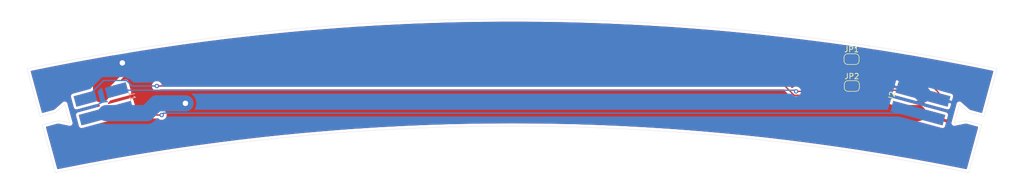
<source format=kicad_pcb>
(kicad_pcb (version 20171130) (host pcbnew "(5.0.1)-4")

  (general
    (thickness 1.6)
    (drawings 218)
    (tracks 40)
    (zones 0)
    (modules 4)
    (nets 8)
  )

  (page A3)
  (layers
    (0 F.Cu signal)
    (31 B.Cu signal)
    (32 B.Adhes user)
    (33 F.Adhes user)
    (34 B.Paste user)
    (35 F.Paste user)
    (36 B.SilkS user)
    (37 F.SilkS user)
    (38 B.Mask user)
    (39 F.Mask user)
    (40 Dwgs.User user)
    (41 Cmts.User user)
    (42 Eco1.User user)
    (43 Eco2.User user)
    (44 Edge.Cuts user)
    (45 Margin user)
    (46 B.CrtYd user)
    (47 F.CrtYd user)
    (48 B.Fab user)
    (49 F.Fab user)
  )

  (setup
    (last_trace_width 0.25)
    (user_trace_width 3)
    (trace_clearance 0.2)
    (zone_clearance 0.508)
    (zone_45_only no)
    (trace_min 0.2)
    (segment_width 0.2)
    (edge_width 0.15)
    (via_size 0.8)
    (via_drill 0.4)
    (via_min_size 0.4)
    (via_min_drill 0.3)
    (uvia_size 0.3)
    (uvia_drill 0.1)
    (uvias_allowed no)
    (uvia_min_size 0.2)
    (uvia_min_drill 0.1)
    (pcb_text_width 0.3)
    (pcb_text_size 1.5 1.5)
    (mod_edge_width 0.15)
    (mod_text_size 1 1)
    (mod_text_width 0.15)
    (pad_size 1.524 1.524)
    (pad_drill 0.762)
    (pad_to_mask_clearance 0.051)
    (solder_mask_min_width 0.25)
    (aux_axis_origin 0 0)
    (visible_elements 7FFFFFFF)
    (pcbplotparams
      (layerselection 0x010f0_ffffffff)
      (usegerberextensions false)
      (usegerberattributes false)
      (usegerberadvancedattributes false)
      (creategerberjobfile false)
      (excludeedgelayer true)
      (linewidth 0.100000)
      (plotframeref false)
      (viasonmask false)
      (mode 1)
      (useauxorigin false)
      (hpglpennumber 1)
      (hpglpenspeed 20)
      (hpglpendiameter 15.000000)
      (psnegative false)
      (psa4output false)
      (plotreference true)
      (plotvalue true)
      (plotinvisibletext false)
      (padsonsilk false)
      (subtractmaskfromsilk false)
      (outputformat 1)
      (mirror false)
      (drillshape 0)
      (scaleselection 1)
      (outputdirectory ""))
  )

  (net 0 "")
  (net 1 "Net-(J1-Pad4)")
  (net 2 "Net-(J1-Pad3)")
  (net 3 GND)
  (net 4 /Clock)
  (net 5 +5V)
  (net 6 /Data_In)
  (net 7 /Data_Out)

  (net_class Default "This is the default net class."
    (clearance 0.2)
    (trace_width 0.25)
    (via_dia 0.8)
    (via_drill 0.4)
    (uvia_dia 0.3)
    (uvia_drill 0.1)
    (add_net /Clock)
    (add_net /Data_In)
    (add_net /Data_Out)
    (add_net "Net-(J1-Pad3)")
    (add_net "Net-(J1-Pad4)")
  )

  (net_class HighCurrent ""
    (clearance 0.2)
    (trace_width 3)
    (via_dia 3)
    (via_drill 1)
    (uvia_dia 0.3)
    (uvia_drill 0.1)
    (add_net +5V)
    (add_net GND)
  )

  (module local:Spoke_Connector (layer B.Cu) (tedit 5BF59E3B) (tstamp 5BF66321)
    (at 139.05 148 105.18)
    (path /5BF6C278)
    (fp_text reference J1 (at 0 0.5 105.18) (layer B.SilkS)
      (effects (font (size 1 1) (thickness 0.15)))
    )
    (fp_text value Hexagon (at 0 -0.5 105.18) (layer B.Fab)
      (effects (font (size 1 1) (thickness 0.15)))
    )
    (pad 4 smd rect (at 1.8 -8 105.18) (size 2 4) (layers B.Cu B.Paste B.Mask)
      (net 1 "Net-(J1-Pad4)"))
    (pad 3 smd rect (at 1.8 -2 105.18) (size 2 4) (layers B.Cu B.Paste B.Mask)
      (net 2 "Net-(J1-Pad3)"))
    (pad 5 smd rect (at -1.8 -5 105.18) (size 2 10) (layers B.Cu B.Paste B.Mask)
      (net 3 GND))
    (pad 2 smd rect (at -1.8 -5 105.18) (size 2 10) (layers F.Cu F.Paste F.Mask)
      (net 4 /Clock))
    (pad 1 smd rect (at 1.8 -5 105.18) (size 2 10) (layers F.Cu F.Paste F.Mask)
      (net 5 +5V))
  )

  (module local:Spoke_Connector (layer F.Cu) (tedit 5BF59E3B) (tstamp 5BF66321)
    (at 280.95 148 254.82)
    (path /5BFD12AE)
    (fp_text reference J2 (at 0 0.5 254.82) (layer F.SilkS)
      (effects (font (size 1 1) (thickness 0.15)))
    )
    (fp_text value Hexagon (at 0 -0.5 254.82) (layer F.Fab)
      (effects (font (size 1 1) (thickness 0.15)))
    )
    (pad 4 smd rect (at -1.8 -8 254.82) (size 2 4) (layers F.Cu F.Paste F.Mask)
      (net 7 /Data_Out))
    (pad 3 smd rect (at -1.8 -2 254.82) (size 2 4) (layers F.Cu F.Paste F.Mask)
      (net 6 /Data_In))
    (pad 5 smd rect (at 1.8 -5 254.82) (size 2 10) (layers F.Cu F.Paste F.Mask)
      (net 3 GND))
    (pad 2 smd rect (at 1.8 -5 254.82) (size 2 10) (layers B.Cu B.Paste B.Mask)
      (net 4 /Clock))
    (pad 1 smd rect (at -1.8 -5 254.82) (size 2 10) (layers B.Cu B.Paste B.Mask)
      (net 5 +5V))
  )

  (module Jumper:SolderJumper-2_P1.3mm_Open_RoundedPad1.0x1.5mm (layer F.Cu) (tedit 5B391E66) (tstamp 5BF664FC)
    (at 273 141)
    (descr "SMD Solder Jumper, 1x1.5mm, rounded Pads, 0.3mm gap, open")
    (tags "solder jumper open")
    (path /5BF6E6AD)
    (attr virtual)
    (fp_text reference JP1 (at 0 -1.8) (layer F.SilkS)
      (effects (font (size 1 1) (thickness 0.15)))
    )
    (fp_text value Jumper (at 0 1.9) (layer F.Fab)
      (effects (font (size 1 1) (thickness 0.15)))
    )
    (fp_line (start 1.65 1.25) (end -1.65 1.25) (layer F.CrtYd) (width 0.05))
    (fp_line (start 1.65 1.25) (end 1.65 -1.25) (layer F.CrtYd) (width 0.05))
    (fp_line (start -1.65 -1.25) (end -1.65 1.25) (layer F.CrtYd) (width 0.05))
    (fp_line (start -1.65 -1.25) (end 1.65 -1.25) (layer F.CrtYd) (width 0.05))
    (fp_line (start -0.7 -1) (end 0.7 -1) (layer F.SilkS) (width 0.12))
    (fp_line (start 1.4 -0.3) (end 1.4 0.3) (layer F.SilkS) (width 0.12))
    (fp_line (start 0.7 1) (end -0.7 1) (layer F.SilkS) (width 0.12))
    (fp_line (start -1.4 0.3) (end -1.4 -0.3) (layer F.SilkS) (width 0.12))
    (fp_arc (start -0.7 -0.3) (end -0.7 -1) (angle -90) (layer F.SilkS) (width 0.12))
    (fp_arc (start -0.7 0.3) (end -1.4 0.3) (angle -90) (layer F.SilkS) (width 0.12))
    (fp_arc (start 0.7 0.3) (end 0.7 1) (angle -90) (layer F.SilkS) (width 0.12))
    (fp_arc (start 0.7 -0.3) (end 1.4 -0.3) (angle -90) (layer F.SilkS) (width 0.12))
    (pad 2 smd custom (at 0.65 0) (size 1 0.5) (layers F.Cu F.Mask)
      (net 7 /Data_Out) (zone_connect 0)
      (options (clearance outline) (anchor rect))
      (primitives
        (gr_circle (center 0 0.25) (end 0.5 0.25) (width 0))
        (gr_circle (center 0 -0.25) (end 0.5 -0.25) (width 0))
        (gr_poly (pts
           (xy 0 -0.75) (xy -0.5 -0.75) (xy -0.5 0.75) (xy 0 0.75)) (width 0))
      ))
    (pad 1 smd custom (at -0.65 0) (size 1 0.5) (layers F.Cu F.Mask)
      (net 2 "Net-(J1-Pad3)") (zone_connect 0)
      (options (clearance outline) (anchor rect))
      (primitives
        (gr_circle (center 0 0.25) (end 0.5 0.25) (width 0))
        (gr_circle (center 0 -0.25) (end 0.5 -0.25) (width 0))
        (gr_poly (pts
           (xy 0 -0.75) (xy 0.5 -0.75) (xy 0.5 0.75) (xy 0 0.75)) (width 0))
      ))
  )

  (module Jumper:SolderJumper-2_P1.3mm_Open_RoundedPad1.0x1.5mm (layer F.Cu) (tedit 5B391E66) (tstamp 5BF6650E)
    (at 273.05 146)
    (descr "SMD Solder Jumper, 1x1.5mm, rounded Pads, 0.3mm gap, open")
    (tags "solder jumper open")
    (path /5BF6EE97)
    (attr virtual)
    (fp_text reference JP2 (at 0 -1.8) (layer F.SilkS)
      (effects (font (size 1 1) (thickness 0.15)))
    )
    (fp_text value Jumper (at 0 1.9) (layer F.Fab)
      (effects (font (size 1 1) (thickness 0.15)))
    )
    (fp_line (start 1.65 1.25) (end -1.65 1.25) (layer F.CrtYd) (width 0.05))
    (fp_line (start 1.65 1.25) (end 1.65 -1.25) (layer F.CrtYd) (width 0.05))
    (fp_line (start -1.65 -1.25) (end -1.65 1.25) (layer F.CrtYd) (width 0.05))
    (fp_line (start -1.65 -1.25) (end 1.65 -1.25) (layer F.CrtYd) (width 0.05))
    (fp_line (start -0.7 -1) (end 0.7 -1) (layer F.SilkS) (width 0.12))
    (fp_line (start 1.4 -0.3) (end 1.4 0.3) (layer F.SilkS) (width 0.12))
    (fp_line (start 0.7 1) (end -0.7 1) (layer F.SilkS) (width 0.12))
    (fp_line (start -1.4 0.3) (end -1.4 -0.3) (layer F.SilkS) (width 0.12))
    (fp_arc (start -0.7 -0.3) (end -0.7 -1) (angle -90) (layer F.SilkS) (width 0.12))
    (fp_arc (start -0.7 0.3) (end -1.4 0.3) (angle -90) (layer F.SilkS) (width 0.12))
    (fp_arc (start 0.7 0.3) (end 0.7 1) (angle -90) (layer F.SilkS) (width 0.12))
    (fp_arc (start 0.7 -0.3) (end 1.4 -0.3) (angle -90) (layer F.SilkS) (width 0.12))
    (pad 2 smd custom (at 0.65 0) (size 1 0.5) (layers F.Cu F.Mask)
      (net 6 /Data_In) (zone_connect 0)
      (options (clearance outline) (anchor rect))
      (primitives
        (gr_circle (center 0 0.25) (end 0.5 0.25) (width 0))
        (gr_circle (center 0 -0.25) (end 0.5 -0.25) (width 0))
        (gr_poly (pts
           (xy 0 -0.75) (xy -0.5 -0.75) (xy -0.5 0.75) (xy 0 0.75)) (width 0))
      ))
    (pad 1 smd custom (at -0.65 0) (size 1 0.5) (layers F.Cu F.Mask)
      (net 1 "Net-(J1-Pad4)") (zone_connect 0)
      (options (clearance outline) (anchor rect))
      (primitives
        (gr_circle (center 0 0.25) (end 0.5 0.25) (width 0))
        (gr_circle (center 0 -0.25) (end 0.5 -0.25) (width 0))
        (gr_poly (pts
           (xy 0 -0.75) (xy 0.5 -0.75) (xy 0.5 0.75) (xy 0 0.75)) (width 0))
      ))
  )

  (gr_line (start 125.26 162.1) (end 125.26 162.1) (layer Edge.Cuts) (width 0.05))
  (gr_line (start 125.26 162.1) (end 126.93 161.76) (layer Edge.Cuts) (width 0.05))
  (gr_line (start 126.93 161.76) (end 128.61 161.43) (layer Edge.Cuts) (width 0.05))
  (gr_line (start 128.61 161.43) (end 130.28 161.1) (layer Edge.Cuts) (width 0.05))
  (gr_line (start 130.28 161.1) (end 131.96 160.78) (layer Edge.Cuts) (width 0.05))
  (gr_line (start 131.96 160.78) (end 133.63 160.47) (layer Edge.Cuts) (width 0.05))
  (gr_line (start 133.63 160.47) (end 135.31 160.16) (layer Edge.Cuts) (width 0.05))
  (gr_line (start 135.31 160.16) (end 136.99 159.86) (layer Edge.Cuts) (width 0.05))
  (gr_line (start 136.99 159.86) (end 138.67 159.57) (layer Edge.Cuts) (width 0.05))
  (gr_line (start 138.67 159.57) (end 140.36 159.28) (layer Edge.Cuts) (width 0.05))
  (gr_line (start 140.36 159.28) (end 142.04 159) (layer Edge.Cuts) (width 0.05))
  (gr_line (start 142.04 159) (end 143.72 158.73) (layer Edge.Cuts) (width 0.05))
  (gr_line (start 143.72 158.73) (end 145.41 158.46) (layer Edge.Cuts) (width 0.05))
  (gr_line (start 145.41 158.46) (end 147.1 158.2) (layer Edge.Cuts) (width 0.05))
  (gr_line (start 147.1 158.2) (end 148.78 157.95) (layer Edge.Cuts) (width 0.05))
  (gr_line (start 148.78 157.95) (end 150.47 157.71) (layer Edge.Cuts) (width 0.05))
  (gr_line (start 150.47 157.71) (end 152.16 157.47) (layer Edge.Cuts) (width 0.05))
  (gr_line (start 152.16 157.47) (end 153.85 157.24) (layer Edge.Cuts) (width 0.05))
  (gr_line (start 153.85 157.24) (end 155.55 157.01) (layer Edge.Cuts) (width 0.05))
  (gr_line (start 155.55 157.01) (end 157.24 156.8) (layer Edge.Cuts) (width 0.05))
  (gr_line (start 157.24 156.8) (end 158.93 156.58) (layer Edge.Cuts) (width 0.05))
  (gr_line (start 158.93 156.58) (end 160.63 156.38) (layer Edge.Cuts) (width 0.05))
  (gr_line (start 160.63 156.38) (end 162.32 156.18) (layer Edge.Cuts) (width 0.05))
  (gr_line (start 162.32 156.18) (end 164.02 155.99) (layer Edge.Cuts) (width 0.05))
  (gr_line (start 164.02 155.99) (end 165.71 155.81) (layer Edge.Cuts) (width 0.05))
  (gr_line (start 165.71 155.81) (end 167.41 155.63) (layer Edge.Cuts) (width 0.05))
  (gr_line (start 167.41 155.63) (end 169.11 155.47) (layer Edge.Cuts) (width 0.05))
  (gr_line (start 169.11 155.47) (end 170.81 155.3) (layer Edge.Cuts) (width 0.05))
  (gr_line (start 170.81 155.3) (end 172.51 155.15) (layer Edge.Cuts) (width 0.05))
  (gr_line (start 172.51 155.15) (end 174.21 155) (layer Edge.Cuts) (width 0.05))
  (gr_line (start 174.21 155) (end 175.91 154.86) (layer Edge.Cuts) (width 0.05))
  (gr_line (start 175.91 154.86) (end 177.61 154.72) (layer Edge.Cuts) (width 0.05))
  (gr_line (start 177.61 154.72) (end 179.31 154.59) (layer Edge.Cuts) (width 0.05))
  (gr_line (start 179.31 154.59) (end 181.01 154.47) (layer Edge.Cuts) (width 0.05))
  (gr_line (start 181.01 154.47) (end 182.71 154.36) (layer Edge.Cuts) (width 0.05))
  (gr_line (start 182.71 154.36) (end 184.42 154.25) (layer Edge.Cuts) (width 0.05))
  (gr_line (start 184.42 154.25) (end 186.12 154.15) (layer Edge.Cuts) (width 0.05))
  (gr_line (start 186.12 154.15) (end 187.83 154.06) (layer Edge.Cuts) (width 0.05))
  (gr_line (start 187.83 154.06) (end 189.53 153.97) (layer Edge.Cuts) (width 0.05))
  (gr_line (start 189.53 153.97) (end 191.23 153.89) (layer Edge.Cuts) (width 0.05))
  (gr_line (start 191.23 153.89) (end 192.94 153.82) (layer Edge.Cuts) (width 0.05))
  (gr_line (start 192.94 153.82) (end 194.64 153.75) (layer Edge.Cuts) (width 0.05))
  (gr_line (start 194.64 153.75) (end 196.35 153.69) (layer Edge.Cuts) (width 0.05))
  (gr_line (start 196.35 153.69) (end 198.06 153.64) (layer Edge.Cuts) (width 0.05))
  (gr_line (start 198.06 153.64) (end 199.76 153.6) (layer Edge.Cuts) (width 0.05))
  (gr_line (start 199.76 153.6) (end 201.47 153.56) (layer Edge.Cuts) (width 0.05))
  (gr_line (start 201.47 153.56) (end 203.17 153.53) (layer Edge.Cuts) (width 0.05))
  (gr_line (start 203.17 153.53) (end 204.88 153.5) (layer Edge.Cuts) (width 0.05))
  (gr_line (start 204.88 153.5) (end 206.59 153.49) (layer Edge.Cuts) (width 0.05))
  (gr_line (start 206.59 153.49) (end 208.29 153.48) (layer Edge.Cuts) (width 0.05))
  (gr_line (start 208.29 153.48) (end 210 153.47) (layer Edge.Cuts) (width 0.05))
  (gr_line (start 210 153.47) (end 211.71 153.48) (layer Edge.Cuts) (width 0.05))
  (gr_line (start 211.71 153.48) (end 213.41 153.49) (layer Edge.Cuts) (width 0.05))
  (gr_line (start 213.41 153.49) (end 215.12 153.5) (layer Edge.Cuts) (width 0.05))
  (gr_line (start 215.12 153.5) (end 216.83 153.53) (layer Edge.Cuts) (width 0.05))
  (gr_line (start 216.83 153.53) (end 218.53 153.56) (layer Edge.Cuts) (width 0.05))
  (gr_line (start 218.53 153.56) (end 220.24 153.6) (layer Edge.Cuts) (width 0.05))
  (gr_line (start 220.24 153.6) (end 221.94 153.64) (layer Edge.Cuts) (width 0.05))
  (gr_line (start 221.94 153.64) (end 223.65 153.69) (layer Edge.Cuts) (width 0.05))
  (gr_line (start 223.65 153.69) (end 225.35 153.75) (layer Edge.Cuts) (width 0.05))
  (gr_line (start 225.35 153.75) (end 227.06 153.82) (layer Edge.Cuts) (width 0.05))
  (gr_line (start 227.06 153.82) (end 228.76 153.89) (layer Edge.Cuts) (width 0.05))
  (gr_line (start 228.76 153.89) (end 230.47 153.97) (layer Edge.Cuts) (width 0.05))
  (gr_line (start 230.47 153.97) (end 232.17 154.06) (layer Edge.Cuts) (width 0.05))
  (gr_line (start 232.17 154.06) (end 233.88 154.15) (layer Edge.Cuts) (width 0.05))
  (gr_line (start 233.88 154.15) (end 235.58 154.25) (layer Edge.Cuts) (width 0.05))
  (gr_line (start 235.58 154.25) (end 237.28 154.36) (layer Edge.Cuts) (width 0.05))
  (gr_line (start 237.28 154.36) (end 238.99 154.47) (layer Edge.Cuts) (width 0.05))
  (gr_line (start 238.99 154.47) (end 240.69 154.59) (layer Edge.Cuts) (width 0.05))
  (gr_line (start 240.69 154.59) (end 242.39 154.72) (layer Edge.Cuts) (width 0.05))
  (gr_line (start 242.39 154.72) (end 244.09 154.86) (layer Edge.Cuts) (width 0.05))
  (gr_line (start 244.09 154.86) (end 245.79 155) (layer Edge.Cuts) (width 0.05))
  (gr_line (start 245.79 155) (end 247.49 155.15) (layer Edge.Cuts) (width 0.05))
  (gr_line (start 247.49 155.15) (end 249.19 155.3) (layer Edge.Cuts) (width 0.05))
  (gr_line (start 249.19 155.3) (end 250.89 155.47) (layer Edge.Cuts) (width 0.05))
  (gr_line (start 250.89 155.47) (end 252.59 155.63) (layer Edge.Cuts) (width 0.05))
  (gr_line (start 252.59 155.63) (end 254.29 155.81) (layer Edge.Cuts) (width 0.05))
  (gr_line (start 254.29 155.81) (end 255.98 155.99) (layer Edge.Cuts) (width 0.05))
  (gr_line (start 255.98 155.99) (end 257.68 156.18) (layer Edge.Cuts) (width 0.05))
  (gr_line (start 257.68 156.18) (end 259.37 156.38) (layer Edge.Cuts) (width 0.05))
  (gr_line (start 259.37 156.38) (end 261.07 156.58) (layer Edge.Cuts) (width 0.05))
  (gr_line (start 261.07 156.58) (end 262.76 156.8) (layer Edge.Cuts) (width 0.05))
  (gr_line (start 262.76 156.8) (end 264.45 157.01) (layer Edge.Cuts) (width 0.05))
  (gr_line (start 264.45 157.01) (end 266.14 157.24) (layer Edge.Cuts) (width 0.05))
  (gr_line (start 266.14 157.24) (end 267.84 157.47) (layer Edge.Cuts) (width 0.05))
  (gr_line (start 267.84 157.47) (end 269.53 157.71) (layer Edge.Cuts) (width 0.05))
  (gr_line (start 269.53 157.71) (end 271.21 157.95) (layer Edge.Cuts) (width 0.05))
  (gr_line (start 271.21 157.95) (end 272.9 158.2) (layer Edge.Cuts) (width 0.05))
  (gr_line (start 272.9 158.2) (end 274.59 158.46) (layer Edge.Cuts) (width 0.05))
  (gr_line (start 274.59 158.46) (end 276.27 158.73) (layer Edge.Cuts) (width 0.05))
  (gr_line (start 276.27 158.73) (end 277.96 159) (layer Edge.Cuts) (width 0.05))
  (gr_line (start 277.96 159) (end 279.64 159.28) (layer Edge.Cuts) (width 0.05))
  (gr_line (start 279.64 159.28) (end 281.32 159.57) (layer Edge.Cuts) (width 0.05))
  (gr_line (start 281.32 159.57) (end 283.01 159.86) (layer Edge.Cuts) (width 0.05))
  (gr_line (start 283.01 159.86) (end 284.69 160.16) (layer Edge.Cuts) (width 0.05))
  (gr_line (start 284.69 160.16) (end 286.36 160.47) (layer Edge.Cuts) (width 0.05))
  (gr_line (start 286.36 160.47) (end 288.04 160.78) (layer Edge.Cuts) (width 0.05))
  (gr_line (start 288.04 160.78) (end 289.72 161.1) (layer Edge.Cuts) (width 0.05))
  (gr_line (start 289.72 161.1) (end 291.39 161.43) (layer Edge.Cuts) (width 0.05))
  (gr_line (start 291.39 161.43) (end 293.07 161.76) (layer Edge.Cuts) (width 0.05))
  (gr_line (start 294.74 162.1) (end 293.07 161.76) (layer Edge.Cuts) (width 0.05))
  (gr_line (start 125.26 162.1) (end 125.26 162.1) (layer Edge.Cuts) (width 0.05))
  (gr_line (start 125.26 162.1) (end 122.85 153.22) (layer Edge.Cuts) (width 0.05))
  (gr_line (start 122.85 153.22) (end 125.75 152.44) (layer Edge.Cuts) (width 0.05))
  (gr_line (start 125.75 152.44) (end 127.94 152.88) (layer Edge.Cuts) (width 0.05))
  (gr_line (start 127.94 152.88) (end 127 149.41) (layer Edge.Cuts) (width 0.05))
  (gr_line (start 127 149.41) (end 125.33 150.89) (layer Edge.Cuts) (width 0.05))
  (gr_line (start 125.33 150.89) (end 122.43 151.68) (layer Edge.Cuts) (width 0.05))
  (gr_line (start 122.43 151.68) (end 120.02 142.8) (layer Edge.Cuts) (width 0.05))
  (gr_line (start 299.98 142.8) (end 299.98 142.8) (layer Edge.Cuts) (width 0.05))
  (gr_line (start 299.98 142.8) (end 298.21 142.43) (layer Edge.Cuts) (width 0.05))
  (gr_line (start 298.21 142.43) (end 296.43 142.07) (layer Edge.Cuts) (width 0.05))
  (gr_line (start 296.43 142.07) (end 294.65 141.72) (layer Edge.Cuts) (width 0.05))
  (gr_line (start 294.65 141.72) (end 292.87 141.38) (layer Edge.Cuts) (width 0.05))
  (gr_line (start 292.87 141.38) (end 291.09 141.04) (layer Edge.Cuts) (width 0.05))
  (gr_line (start 291.09 141.04) (end 289.31 140.71) (layer Edge.Cuts) (width 0.05))
  (gr_line (start 289.31 140.71) (end 287.53 140.39) (layer Edge.Cuts) (width 0.05))
  (gr_line (start 287.53 140.39) (end 285.74 140.07) (layer Edge.Cuts) (width 0.05))
  (gr_line (start 285.74 140.07) (end 283.96 139.76) (layer Edge.Cuts) (width 0.05))
  (gr_line (start 283.96 139.76) (end 282.17 139.46) (layer Edge.Cuts) (width 0.05))
  (gr_line (start 282.17 139.46) (end 280.38 139.17) (layer Edge.Cuts) (width 0.05))
  (gr_line (start 280.38 139.17) (end 278.59 138.88) (layer Edge.Cuts) (width 0.05))
  (gr_line (start 278.59 138.88) (end 276.8 138.61) (layer Edge.Cuts) (width 0.05))
  (gr_line (start 276.8 138.61) (end 275.01 138.33) (layer Edge.Cuts) (width 0.05))
  (gr_line (start 275.01 138.33) (end 273.21 138.07) (layer Edge.Cuts) (width 0.05))
  (gr_line (start 273.21 138.07) (end 271.42 137.81) (layer Edge.Cuts) (width 0.05))
  (gr_line (start 271.42 137.81) (end 269.63 137.56) (layer Edge.Cuts) (width 0.05))
  (gr_line (start 269.63 137.56) (end 267.83 137.32) (layer Edge.Cuts) (width 0.05))
  (gr_line (start 267.83 137.32) (end 266.03 137.09) (layer Edge.Cuts) (width 0.05))
  (gr_line (start 266.03 137.09) (end 264.23 136.86) (layer Edge.Cuts) (width 0.05))
  (gr_line (start 264.23 136.86) (end 262.43 136.64) (layer Edge.Cuts) (width 0.05))
  (gr_line (start 262.43 136.64) (end 260.63 136.43) (layer Edge.Cuts) (width 0.05))
  (gr_line (start 260.63 136.43) (end 258.83 136.23) (layer Edge.Cuts) (width 0.05))
  (gr_line (start 258.83 136.23) (end 257.03 136.03) (layer Edge.Cuts) (width 0.05))
  (gr_line (start 257.03 136.03) (end 255.23 135.84) (layer Edge.Cuts) (width 0.05))
  (gr_line (start 255.23 135.84) (end 253.43 135.66) (layer Edge.Cuts) (width 0.05))
  (gr_line (start 253.43 135.66) (end 251.62 135.48) (layer Edge.Cuts) (width 0.05))
  (gr_line (start 251.62 135.48) (end 249.82 135.31) (layer Edge.Cuts) (width 0.05))
  (gr_line (start 249.82 135.31) (end 248.01 135.15) (layer Edge.Cuts) (width 0.05))
  (gr_line (start 248.01 135.15) (end 246.21 135) (layer Edge.Cuts) (width 0.05))
  (gr_line (start 246.21 135) (end 244.4 134.86) (layer Edge.Cuts) (width 0.05))
  (gr_line (start 244.4 134.86) (end 242.59 134.72) (layer Edge.Cuts) (width 0.05))
  (gr_line (start 242.59 134.72) (end 240.79 134.59) (layer Edge.Cuts) (width 0.05))
  (gr_line (start 240.79 134.59) (end 238.98 134.46) (layer Edge.Cuts) (width 0.05))
  (gr_line (start 238.98 134.46) (end 237.17 134.35) (layer Edge.Cuts) (width 0.05))
  (gr_line (start 237.17 134.35) (end 235.36 134.24) (layer Edge.Cuts) (width 0.05))
  (gr_line (start 235.36 134.24) (end 233.55 134.14) (layer Edge.Cuts) (width 0.05))
  (gr_line (start 233.55 134.14) (end 231.74 134.05) (layer Edge.Cuts) (width 0.05))
  (gr_line (start 231.74 134.05) (end 229.93 133.96) (layer Edge.Cuts) (width 0.05))
  (gr_line (start 229.93 133.96) (end 228.12 133.88) (layer Edge.Cuts) (width 0.05))
  (gr_line (start 228.12 133.88) (end 226.31 133.81) (layer Edge.Cuts) (width 0.05))
  (gr_line (start 226.31 133.81) (end 224.5 133.75) (layer Edge.Cuts) (width 0.05))
  (gr_line (start 224.5 133.75) (end 222.69 133.69) (layer Edge.Cuts) (width 0.05))
  (gr_line (start 222.69 133.69) (end 220.88 133.64) (layer Edge.Cuts) (width 0.05))
  (gr_line (start 220.88 133.64) (end 219.06 133.6) (layer Edge.Cuts) (width 0.05))
  (gr_line (start 219.06 133.6) (end 217.25 133.57) (layer Edge.Cuts) (width 0.05))
  (gr_line (start 217.25 133.57) (end 215.44 133.54) (layer Edge.Cuts) (width 0.05))
  (gr_line (start 215.44 133.54) (end 213.63 133.53) (layer Edge.Cuts) (width 0.05))
  (gr_line (start 213.63 133.53) (end 211.81 133.51) (layer Edge.Cuts) (width 0.05))
  (gr_line (start 211.81 133.51) (end 210 133.51) (layer Edge.Cuts) (width 0.05))
  (gr_line (start 210 133.51) (end 208.19 133.51) (layer Edge.Cuts) (width 0.05))
  (gr_line (start 208.19 133.51) (end 206.38 133.53) (layer Edge.Cuts) (width 0.05))
  (gr_line (start 206.38 133.53) (end 204.57 133.54) (layer Edge.Cuts) (width 0.05))
  (gr_line (start 204.57 133.54) (end 202.75 133.57) (layer Edge.Cuts) (width 0.05))
  (gr_line (start 202.75 133.57) (end 200.94 133.6) (layer Edge.Cuts) (width 0.05))
  (gr_line (start 200.94 133.6) (end 199.13 133.64) (layer Edge.Cuts) (width 0.05))
  (gr_line (start 199.13 133.64) (end 197.32 133.69) (layer Edge.Cuts) (width 0.05))
  (gr_line (start 197.32 133.69) (end 195.51 133.75) (layer Edge.Cuts) (width 0.05))
  (gr_line (start 195.51 133.75) (end 193.7 133.81) (layer Edge.Cuts) (width 0.05))
  (gr_line (start 193.7 133.81) (end 191.88 133.88) (layer Edge.Cuts) (width 0.05))
  (gr_line (start 191.88 133.88) (end 190.07 133.96) (layer Edge.Cuts) (width 0.05))
  (gr_line (start 190.07 133.96) (end 188.26 134.05) (layer Edge.Cuts) (width 0.05))
  (gr_line (start 188.26 134.05) (end 186.45 134.14) (layer Edge.Cuts) (width 0.05))
  (gr_line (start 186.45 134.14) (end 184.64 134.24) (layer Edge.Cuts) (width 0.05))
  (gr_line (start 184.64 134.24) (end 182.83 134.35) (layer Edge.Cuts) (width 0.05))
  (gr_line (start 182.83 134.35) (end 181.03 134.46) (layer Edge.Cuts) (width 0.05))
  (gr_line (start 181.03 134.46) (end 179.22 134.59) (layer Edge.Cuts) (width 0.05))
  (gr_line (start 179.22 134.59) (end 177.41 134.72) (layer Edge.Cuts) (width 0.05))
  (gr_line (start 177.41 134.72) (end 175.6 134.86) (layer Edge.Cuts) (width 0.05))
  (gr_line (start 175.6 134.86) (end 173.8 135) (layer Edge.Cuts) (width 0.05))
  (gr_line (start 173.8 135) (end 171.99 135.15) (layer Edge.Cuts) (width 0.05))
  (gr_line (start 171.99 135.15) (end 170.19 135.31) (layer Edge.Cuts) (width 0.05))
  (gr_line (start 170.19 135.31) (end 168.38 135.48) (layer Edge.Cuts) (width 0.05))
  (gr_line (start 168.38 135.48) (end 166.58 135.66) (layer Edge.Cuts) (width 0.05))
  (gr_line (start 166.58 135.66) (end 164.77 135.84) (layer Edge.Cuts) (width 0.05))
  (gr_line (start 164.77 135.84) (end 162.97 136.03) (layer Edge.Cuts) (width 0.05))
  (gr_line (start 162.97 136.03) (end 161.17 136.23) (layer Edge.Cuts) (width 0.05))
  (gr_line (start 161.17 136.23) (end 159.37 136.43) (layer Edge.Cuts) (width 0.05))
  (gr_line (start 159.37 136.43) (end 157.57 136.64) (layer Edge.Cuts) (width 0.05))
  (gr_line (start 157.57 136.64) (end 155.77 136.86) (layer Edge.Cuts) (width 0.05))
  (gr_line (start 155.77 136.86) (end 153.97 137.09) (layer Edge.Cuts) (width 0.05))
  (gr_line (start 153.97 137.09) (end 152.18 137.32) (layer Edge.Cuts) (width 0.05))
  (gr_line (start 152.18 137.32) (end 150.38 137.56) (layer Edge.Cuts) (width 0.05))
  (gr_line (start 150.38 137.56) (end 148.58 137.81) (layer Edge.Cuts) (width 0.05))
  (gr_line (start 148.58 137.81) (end 146.79 138.07) (layer Edge.Cuts) (width 0.05))
  (gr_line (start 146.79 138.07) (end 145 138.33) (layer Edge.Cuts) (width 0.05))
  (gr_line (start 145 138.33) (end 143.21 138.6) (layer Edge.Cuts) (width 0.05))
  (gr_line (start 143.21 138.6) (end 141.41 138.88) (layer Edge.Cuts) (width 0.05))
  (gr_line (start 141.41 138.88) (end 139.62 139.17) (layer Edge.Cuts) (width 0.05))
  (gr_line (start 139.62 139.17) (end 137.84 139.46) (layer Edge.Cuts) (width 0.05))
  (gr_line (start 137.84 139.46) (end 136.05 139.76) (layer Edge.Cuts) (width 0.05))
  (gr_line (start 136.05 139.76) (end 134.26 140.07) (layer Edge.Cuts) (width 0.05))
  (gr_line (start 134.26 140.07) (end 132.48 140.39) (layer Edge.Cuts) (width 0.05))
  (gr_line (start 132.48 140.39) (end 130.7 140.71) (layer Edge.Cuts) (width 0.05))
  (gr_line (start 130.7 140.71) (end 128.91 141.04) (layer Edge.Cuts) (width 0.05))
  (gr_line (start 128.91 141.04) (end 127.13 141.38) (layer Edge.Cuts) (width 0.05))
  (gr_line (start 127.13 141.38) (end 125.35 141.72) (layer Edge.Cuts) (width 0.05))
  (gr_line (start 125.35 141.72) (end 123.58 142.07) (layer Edge.Cuts) (width 0.05))
  (gr_line (start 123.58 142.07) (end 121.8 142.43) (layer Edge.Cuts) (width 0.05))
  (gr_line (start 120.02 142.8) (end 121.8 142.43) (layer Edge.Cuts) (width 0.05))
  (gr_line (start 299.98 142.8) (end 299.98 142.8) (layer Edge.Cuts) (width 0.05))
  (gr_line (start 299.98 142.8) (end 297.57 151.68) (layer Edge.Cuts) (width 0.05))
  (gr_line (start 297.57 151.68) (end 294.67 150.89) (layer Edge.Cuts) (width 0.05))
  (gr_line (start 294.67 150.89) (end 293 149.41) (layer Edge.Cuts) (width 0.05))
  (gr_line (start 293 149.41) (end 292.06 152.88) (layer Edge.Cuts) (width 0.05))
  (gr_line (start 292.06 152.88) (end 294.25 152.44) (layer Edge.Cuts) (width 0.05))
  (gr_line (start 294.25 152.44) (end 297.15 153.22) (layer Edge.Cuts) (width 0.05))
  (gr_line (start 297.15 153.22) (end 294.74 162.1) (layer Edge.Cuts) (width 0.05))

  (via (at 144.1 146) (size 0.8) (drill 0.4) (layers F.Cu B.Cu) (net 1))
  (segment (start 260.626998 146) (end 144.1 146) (width 0.25) (layer F.Cu) (net 1))
  (segment (start 262.351999 147.725001) (end 260.626998 146) (width 0.25) (layer F.Cu) (net 1))
  (segment (start 272.4 146) (end 270.674999 147.725001) (width 0.25) (layer F.Cu) (net 1))
  (segment (start 270.674999 147.725001) (end 262.351999 147.725001) (width 0.25) (layer F.Cu) (net 1))
  (segment (start 132.35047 146.864956) (end 130.857802 148.357624) (width 0.25) (layer B.Cu) (net 1))
  (segment (start 134.242739 144.972687) (end 132.35047 146.864956) (width 0.25) (layer B.Cu) (net 1))
  (segment (start 138.451438 144.972687) (end 134.242739 144.972687) (width 0.25) (layer B.Cu) (net 1))
  (segment (start 139.478751 146) (end 138.451438 144.972687) (width 0.25) (layer B.Cu) (net 1))
  (segment (start 144.1 146) (end 139.478751 146) (width 0.25) (layer B.Cu) (net 1))
  (segment (start 136.64845 146.78651) (end 262.48651 146.78651) (width 0.25) (layer B.Cu) (net 2))
  (via (at 262.7 147) (size 0.8) (drill 0.4) (layers F.Cu B.Cu) (net 2))
  (segment (start 262.48651 146.78651) (end 262.7 147) (width 0.25) (layer B.Cu) (net 2))
  (segment (start 266.35 147) (end 272.35 141) (width 0.25) (layer F.Cu) (net 2))
  (segment (start 262.7 147) (end 266.35 147) (width 0.25) (layer F.Cu) (net 2))
  (segment (start 285.304206 151.046456) (end 151.225 151.046456) (width 3) (layer F.Cu) (net 3))
  (via (at 149.4 149.221456) (size 3) (drill 1) (layers F.Cu B.Cu) (net 3))
  (segment (start 151.225 151.046456) (end 149.4 149.221456) (width 3) (layer F.Cu) (net 3))
  (segment (start 138.614739 151.046456) (end 134.695794 151.046456) (width 3) (layer B.Cu) (net 3))
  (segment (start 142.245542 151.046456) (end 138.614739 151.046456) (width 3) (layer B.Cu) (net 3))
  (segment (start 144.070542 149.221456) (end 142.245542 151.046456) (width 3) (layer B.Cu) (net 3))
  (segment (start 149.4 149.221456) (end 144.070542 149.221456) (width 3) (layer B.Cu) (net 3))
  (via (at 145 151.4) (size 0.8) (drill 0.4) (layers F.Cu B.Cu) (net 4))
  (segment (start 285.304206 151.046456) (end 145.353544 151.046456) (width 0.25) (layer B.Cu) (net 4))
  (segment (start 145.353544 151.046456) (end 145 151.4) (width 0.25) (layer B.Cu) (net 4))
  (segment (start 135.049338 151.4) (end 134.695794 151.046456) (width 0.25) (layer F.Cu) (net 4))
  (segment (start 145 151.4) (end 135.049338 151.4) (width 0.25) (layer F.Cu) (net 4))
  (via (at 137.7 141.7) (size 3) (drill 1) (layers F.Cu B.Cu) (net 5))
  (segment (start 133.753126 147.572067) (end 133.753126 145.646874) (width 3) (layer F.Cu) (net 5))
  (segment (start 133.753126 145.646874) (end 137.7 141.7) (width 3) (layer F.Cu) (net 5))
  (segment (start 284.754207 146.0794) (end 286.246874 147.572067) (width 3) (layer B.Cu) (net 5))
  (segment (start 281.874806 143.199999) (end 284.754207 146.0794) (width 3) (layer B.Cu) (net 5))
  (segment (start 139.199999 143.199999) (end 281.874806 143.199999) (width 3) (layer B.Cu) (net 5))
  (segment (start 137.7 141.7) (end 139.199999 143.199999) (width 3) (layer B.Cu) (net 5))
  (segment (start 274.48651 146.78651) (end 273.7 146) (width 0.25) (layer F.Cu) (net 6))
  (segment (start 283.35155 146.78651) (end 274.48651 146.78651) (width 0.25) (layer F.Cu) (net 6))
  (segment (start 274.25 141) (end 273.65 141) (width 0.25) (layer F.Cu) (net 7))
  (segment (start 289.142198 147.221471) (end 282.920727 141) (width 0.25) (layer F.Cu) (net 7))
  (segment (start 282.920727 141) (end 274.25 141) (width 0.25) (layer F.Cu) (net 7))
  (segment (start 289.142198 148.357624) (end 289.142198 147.221471) (width 0.25) (layer F.Cu) (net 7))

  (zone (net 5) (net_name +5V) (layer B.Cu) (tstamp 0) (hatch edge 0.508)
    (connect_pads (clearance 0.508))
    (min_thickness 0.254)
    (fill yes (arc_segments 16) (thermal_gap 0.508) (thermal_bridge_width 0.508))
    (polygon
      (pts
        (xy 305 130) (xy 115 130) (xy 115 165) (xy 305 165)
      )
    )
    (filled_polygon
      (pts
        (xy 213.559571 134.189265) (xy 213.561352 134.18963) (xy 213.624488 134.189979) (xy 213.687746 134.190674) (xy 213.689537 134.190338)
        (xy 215.432713 134.19997) (xy 217.174067 134.228832) (xy 217.174069 134.228832) (xy 219.047243 134.259879) (xy 220.863534 134.299797)
        (xy 222.669922 134.349697) (xy 224.413166 134.407484) (xy 224.413167 134.407484) (xy 226.286432 134.469581) (xy 228.092678 134.539437)
        (xy 229.899035 134.619275) (xy 231.642299 134.705957) (xy 231.642301 134.705957) (xy 233.515305 134.799089) (xy 235.321706 134.89889)
        (xy 237.06508 135.004841) (xy 237.065081 135.004841) (xy 238.936329 135.118563) (xy 240.742824 135.248311) (xy 242.540749 135.378161)
        (xy 244.413911 135.523047) (xy 244.413912 135.523047) (xy 246.157256 135.657891) (xy 247.95357 135.807585) (xy 249.759907 135.967261)
        (xy 251.556469 136.136937) (xy 253.365612 136.316852) (xy 255.162441 136.496535) (xy 256.95906 136.686178) (xy 258.82172 136.893141)
        (xy 258.821722 136.893141) (xy 260.555233 137.085754) (xy 262.351826 137.295356) (xy 264.148176 137.514911) (xy 266.010825 137.752916)
        (xy 266.010826 137.752916) (xy 267.744643 137.974459) (xy 269.540721 138.213936) (xy 271.326808 138.463389) (xy 273.051064 138.71384)
        (xy 273.051311 138.713927) (xy 273.11499 138.723125) (xy 273.179457 138.732489) (xy 273.179722 138.732475) (xy 274.911838 138.98267)
        (xy 276.635574 139.252305) (xy 276.637285 139.252922) (xy 276.699795 139.262351) (xy 276.762222 139.272116) (xy 276.764038 139.272041)
        (xy 278.487987 139.532078) (xy 280.210283 139.811109) (xy 282.062753 140.11123) (xy 283.848856 140.410578) (xy 285.625268 140.719952)
        (xy 287.413736 141.039678) (xy 289.19144 141.359266) (xy 290.968098 141.688647) (xy 292.810019 142.040475) (xy 292.810022 142.040475)
        (xy 294.524443 142.367949) (xy 296.301012 142.717275) (xy 298.077101 143.076484) (xy 299.159671 143.302784) (xy 297.106074 150.869569)
        (xy 294.992303 150.29375) (xy 293.469505 148.944205) (xy 293.411117 148.877256) (xy 293.313616 148.82884) (xy 293.21962 148.773918)
        (xy 293.196684 148.770777) (xy 293.17595 148.760481) (xy 293.067336 148.753062) (xy 292.959485 148.738292) (xy 292.937095 148.744167)
        (xy 292.913996 148.742589) (xy 292.810808 148.777301) (xy 292.705517 148.804927) (xy 292.687078 148.818924) (xy 292.665136 148.826305)
        (xy 292.583093 148.897858) (xy 292.496381 148.963679) (xy 292.484702 148.983667) (xy 292.467255 148.998883) (xy 292.418834 149.096396)
        (xy 292.363918 149.19038) (xy 292.351866 149.278384) (xy 291.433863 152.667181) (xy 291.39975 152.749989) (xy 291.399958 152.858116)
        (xy 291.392589 152.966003) (xy 291.400208 152.988652) (xy 291.400254 153.012551) (xy 291.44183 153.11238) (xy 291.476305 153.214863)
        (xy 291.492012 153.232872) (xy 291.5012 153.254935) (xy 291.577811 153.331251) (xy 291.648883 153.412744) (xy 291.670288 153.423373)
        (xy 291.687218 153.440238) (xy 291.787196 153.481425) (xy 291.88405 153.529519) (xy 291.907894 153.531148) (xy 291.929989 153.54025)
        (xy 292.03812 153.540042) (xy 292.146003 153.547411) (xy 292.230895 153.518853) (xy 294.22815 153.117579) (xy 296.33978 153.685535)
        (xy 294.265159 161.329787) (xy 293.263121 161.125779) (xy 293.260996 161.124905) (xy 293.199359 161.112798) (xy 293.137973 161.1003)
        (xy 293.135682 161.10029) (xy 291.517474 160.782428) (xy 289.909468 160.464677) (xy 289.907349 160.46382) (xy 289.845794 160.452095)
        (xy 289.784175 160.439919) (xy 289.781884 160.439922) (xy 288.225466 160.143461) (xy 288.223687 160.142753) (xy 288.16166 160.131308)
        (xy 288.099639 160.119494) (xy 288.097723 160.11951) (xy 286.479655 159.820937) (xy 284.872133 159.522535) (xy 284.870013 159.521705)
        (xy 284.808201 159.510667) (xy 284.746545 159.499222) (xy 284.744271 159.499251) (xy 283.18779 159.221308) (xy 283.185689 159.220502)
        (xy 283.123913 159.209901) (xy 283.062031 159.198851) (xy 283.059775 159.198895) (xy 281.431826 158.919543) (xy 279.814425 158.640349)
        (xy 279.812622 158.639667) (xy 279.750374 158.629292) (xy 279.688212 158.618562) (xy 279.686286 158.618611) (xy 278.130411 158.359298)
        (xy 278.128312 158.358521) (xy 278.066362 158.348624) (xy 278.004384 158.338294) (xy 278.002144 158.338364) (xy 276.374753 158.078367)
        (xy 274.756703 157.818323) (xy 274.754604 157.817559) (xy 274.692497 157.808004) (xy 274.630548 157.798048) (xy 274.628319 157.798131)
        (xy 273.062699 157.557266) (xy 273.060885 157.556618) (xy 272.998498 157.547389) (xy 272.93611 157.537791) (xy 272.934184 157.537875)
        (xy 271.369245 157.306375) (xy 271.367687 157.305827) (xy 271.305057 157.29688) (xy 271.242278 157.287593) (xy 271.240623 157.287675)
        (xy 269.687414 157.065788) (xy 269.687153 157.065696) (xy 269.622911 157.056573) (xy 269.558988 157.047441) (xy 269.558713 157.047456)
        (xy 267.99498 156.825387) (xy 267.992903 156.824674) (xy 267.930626 156.816248) (xy 267.868439 156.807417) (xy 267.866248 156.807538)
        (xy 266.228392 156.585946) (xy 264.599571 156.364272) (xy 264.595892 156.363053) (xy 264.535196 156.355511) (xy 264.474592 156.347263)
        (xy 264.470724 156.3475) (xy 262.843244 156.145269) (xy 261.215584 155.933384) (xy 261.211672 155.932116) (xy 261.15112 155.924992)
        (xy 261.090739 155.917132) (xy 261.086642 155.917407) (xy 259.446561 155.724456) (xy 257.819969 155.53196) (xy 257.817909 155.531305)
        (xy 257.755471 155.524327) (xy 257.693012 155.516935) (xy 257.690855 155.517105) (xy 256.116188 155.341112) (xy 256.114538 155.340597)
        (xy 256.051657 155.3339) (xy 255.988707 155.326864) (xy 255.986982 155.327011) (xy 254.42433 155.160575) (xy 254.424135 155.160514)
        (xy 254.360256 155.15375) (xy 254.295263 155.146828) (xy 254.295056 155.146847) (xy 252.72028 154.980106) (xy 252.716561 154.978995)
        (xy 252.655629 154.97326) (xy 252.594852 154.966825) (xy 252.590992 154.967177) (xy 250.953683 154.813077) (xy 249.316489 154.649358)
        (xy 249.312761 154.648268) (xy 249.251824 154.642891) (xy 249.190992 154.636808) (xy 249.187128 154.637183) (xy 247.483259 154.486841)
        (xy 247.483257 154.486841) (xy 245.910823 154.348097) (xy 245.908953 154.347562) (xy 245.846112 154.342387) (xy 245.783259 154.336841)
        (xy 245.781324 154.337051) (xy 244.208954 154.207562) (xy 244.208953 154.207562) (xy 242.507012 154.067402) (xy 242.505137 154.066878)
        (xy 242.442242 154.062068) (xy 242.379386 154.056892) (xy 242.377452 154.057114) (xy 240.80319 153.936729) (xy 240.801314 153.936216)
        (xy 240.738531 153.931784) (xy 240.67551 153.926965) (xy 240.673571 153.927199) (xy 239.099243 153.81607) (xy 239.097237 153.815535)
        (xy 239.034415 153.811494) (xy 238.971631 153.807062) (xy 238.969572 153.807323) (xy 237.322834 153.701392) (xy 235.685535 153.595449)
        (xy 235.683647 153.594957) (xy 235.620698 153.591254) (xy 235.55775 153.587181) (xy 235.555815 153.587437) (xy 233.981594 153.494835)
        (xy 233.979602 153.494329) (xy 233.916736 153.49102) (xy 233.853866 153.487322) (xy 233.851829 153.487604) (xy 232.203852 153.400868)
        (xy 230.567762 153.314252) (xy 230.565775 153.313759) (xy 230.502817 153.310814) (xy 230.439981 153.307487) (xy 230.437958 153.307779)
        (xy 228.853911 153.233672) (xy 228.852101 153.233234) (xy 228.789043 153.230637) (xy 228.725912 153.227684) (xy 228.724068 153.227962)
        (xy 227.152018 153.16323) (xy 227.151943 153.163212) (xy 227.08904 153.160637) (xy 227.022206 153.157885) (xy 227.022125 153.157898)
        (xy 225.440067 153.093135) (xy 225.438241 153.092704) (xy 225.37516 153.090478) (xy 225.312047 153.087894) (xy 225.310192 153.088185)
        (xy 223.736228 153.032633) (xy 223.734265 153.032182) (xy 223.671305 153.030341) (xy 223.608318 153.028118) (xy 223.606329 153.028441)
        (xy 222.022368 152.982127) (xy 222.02051 152.981712) (xy 221.957312 152.980225) (xy 221.894315 152.978383) (xy 221.892444 152.978699)
        (xy 220.320464 152.941711) (xy 220.320419 152.941701) (xy 220.255432 152.940181) (xy 220.190541 152.938654) (xy 220.190496 152.938662)
        (xy 218.608509 152.901657) (xy 218.606638 152.90125) (xy 218.543491 152.900136) (xy 218.48045 152.898661) (xy 218.478567 152.89899)
        (xy 216.906603 152.871249) (xy 216.90657 152.871242) (xy 216.842201 152.870113) (xy 216.776653 152.868956) (xy 216.776619 152.868962)
        (xy 215.192676 152.841174) (xy 215.188861 152.840392) (xy 215.127714 152.840034) (xy 215.066585 152.838962) (xy 215.062753 152.839655)
        (xy 213.43092 152.830112) (xy 211.778874 152.820395) (xy 211.778861 152.820392) (xy 211.704551 152.819957) (xy 211.648881 152.81963)
        (xy 211.648871 152.819632) (xy 210.064966 152.810369) (xy 210.061142 152.809632) (xy 210 152.80999) (xy 209.938858 152.809632)
        (xy 209.935034 152.810369) (xy 208.351129 152.819632) (xy 208.351119 152.81963) (xy 208.295444 152.819957) (xy 208.221139 152.820392)
        (xy 208.221126 152.820395) (xy 206.568912 152.830113) (xy 204.937247 152.839655) (xy 204.933415 152.838962) (xy 204.872286 152.840034)
        (xy 204.811139 152.840392) (xy 204.807324 152.841174) (xy 203.223381 152.868962) (xy 203.223347 152.868956) (xy 203.157799 152.870113)
        (xy 203.09343 152.871242) (xy 203.093397 152.871249) (xy 201.521434 152.89899) (xy 201.519551 152.898661) (xy 201.456513 152.900136)
        (xy 201.393362 152.90125) (xy 201.391491 152.901657) (xy 199.809505 152.938662) (xy 199.80946 152.938654) (xy 199.744727 152.940177)
        (xy 199.679581 152.941701) (xy 199.679536 152.941711) (xy 198.107556 152.978699) (xy 198.105685 152.978383) (xy 198.042688 152.980225)
        (xy 197.97949 152.981712) (xy 197.977632 152.982127) (xy 196.393738 153.028439) (xy 196.391819 153.028127) (xy 196.328831 153.030337)
        (xy 196.265735 153.032182) (xy 196.263837 153.032618) (xy 194.679796 153.088198) (xy 194.677794 153.087885) (xy 194.61482 153.090478)
        (xy 194.551894 153.092686) (xy 194.549924 153.09315) (xy 192.91483 153.160478) (xy 191.265919 153.227978) (xy 191.263906 153.227675)
        (xy 191.200986 153.230636) (xy 191.138057 153.233212) (xy 191.136079 153.23369) (xy 189.561956 153.307767) (xy 189.56002 153.307487)
        (xy 189.496989 153.310824) (xy 189.434045 153.313786) (xy 189.43215 153.314257) (xy 187.796148 153.400868) (xy 186.148171 153.487604)
        (xy 186.146134 153.487322) (xy 186.083256 153.491021) (xy 186.020399 153.494329) (xy 186.018407 153.494835) (xy 184.444312 153.58743)
        (xy 184.442499 153.587189) (xy 184.379344 153.591252) (xy 184.316353 153.594957) (xy 184.314588 153.595417) (xy 182.732374 153.697197)
        (xy 182.73225 153.697181) (xy 182.667683 153.701359) (xy 182.602763 153.705535) (xy 182.602642 153.705567) (xy 181.030302 153.807307)
        (xy 181.028369 153.807062) (xy 180.965538 153.811497) (xy 180.902516 153.815575) (xy 180.900629 153.816079) (xy 179.326423 153.927199)
        (xy 179.324489 153.926966) (xy 179.261621 153.931774) (xy 179.198686 153.936216) (xy 179.196806 153.93673) (xy 177.622549 154.057114)
        (xy 177.620614 154.056892) (xy 177.557752 154.062069) (xy 177.494863 154.066878) (xy 177.492988 154.067402) (xy 175.791047 154.207562)
        (xy 175.791046 154.207562) (xy 174.218676 154.337051) (xy 174.216741 154.336841) (xy 174.153888 154.342387) (xy 174.091047 154.347562)
        (xy 174.089177 154.348097) (xy 172.516743 154.486841) (xy 172.516741 154.486841) (xy 170.812872 154.637183) (xy 170.809008 154.636808)
        (xy 170.748176 154.642891) (xy 170.687239 154.648268) (xy 170.683511 154.649358) (xy 169.046334 154.813075) (xy 167.409008 154.967177)
        (xy 167.405147 154.966825) (xy 167.344362 154.973261) (xy 167.283439 154.978995) (xy 167.27972 154.980106) (xy 165.704944 155.146847)
        (xy 165.704737 155.146828) (xy 165.639756 155.153749) (xy 165.575865 155.160514) (xy 165.57567 155.160575) (xy 164.013019 155.327011)
        (xy 164.011292 155.326864) (xy 163.948303 155.333904) (xy 163.885463 155.340597) (xy 163.883814 155.341112) (xy 162.309145 155.517105)
        (xy 162.306987 155.516935) (xy 162.244512 155.524328) (xy 162.182091 155.531305) (xy 162.180032 155.531959) (xy 160.553596 155.724437)
        (xy 158.913358 155.917407) (xy 158.90926 155.917132) (xy 158.848871 155.924993) (xy 158.788328 155.932116) (xy 158.784417 155.933384)
        (xy 157.156775 156.145266) (xy 155.529534 156.347467) (xy 155.525927 156.347244) (xy 155.465047 156.355481) (xy 155.404108 156.363053)
        (xy 155.400679 156.364189) (xy 153.825668 156.577279) (xy 153.825407 156.577263) (xy 153.761377 156.585977) (xy 153.697096 156.594674)
        (xy 153.696848 156.594759) (xy 152.133493 156.807524) (xy 152.13156 156.807417) (xy 152.069015 156.816299) (xy 152.006589 156.824795)
        (xy 152.004763 156.825424) (xy 150.44156 157.047417) (xy 148.749365 157.287729) (xy 148.74715 157.287621) (xy 148.685021 157.296866)
        (xy 148.622846 157.305696) (xy 148.620754 157.30643) (xy 147.06553 157.537863) (xy 147.063889 157.537791) (xy 147.001153 157.547443)
        (xy 146.938561 157.556757) (xy 146.937019 157.557309) (xy 145.371985 157.798084) (xy 145.370065 157.798011) (xy 145.307846 157.807951)
        (xy 145.245396 157.817559) (xy 145.243586 157.818218) (xy 143.679762 158.06806) (xy 143.679451 158.068048) (xy 143.615148 158.078382)
        (xy 143.551688 158.088521) (xy 143.5514 158.088628) (xy 141.997546 158.338354) (xy 141.995615 158.338294) (xy 141.933341 158.348673)
        (xy 141.871094 158.358677) (xy 141.869285 158.359349) (xy 140.314043 158.618556) (xy 140.312443 158.618514) (xy 140.249786 158.629266)
        (xy 140.187379 158.639667) (xy 140.185889 158.64023) (xy 138.622119 158.90857) (xy 138.621787 158.908562) (xy 138.55776 158.919614)
        (xy 138.494311 158.930502) (xy 138.494004 158.93062) (xy 136.939893 159.198889) (xy 136.937969 159.198851) (xy 136.875837 159.209946)
        (xy 136.813677 159.220676) (xy 136.811882 159.221366) (xy 135.25608 159.499189) (xy 135.25416 159.499162) (xy 135.192099 159.510614)
        (xy 135.129988 159.521705) (xy 135.128201 159.522404) (xy 133.573811 159.809227) (xy 133.573454 159.809222) (xy 133.509711 159.821055)
        (xy 133.446313 159.832753) (xy 133.445983 159.832884) (xy 131.901923 160.119507) (xy 131.900361 160.119494) (xy 131.837921 160.131387)
        (xy 131.775632 160.14295) (xy 131.774186 160.143527) (xy 130.218117 160.439922) (xy 130.215825 160.439919) (xy 130.154181 160.4521)
        (xy 130.092652 160.46382) (xy 130.090534 160.464677) (xy 128.482849 160.782364) (xy 126.864318 161.10029) (xy 126.862025 161.1003)
        (xy 126.800587 161.112808) (xy 126.739004 161.124905) (xy 126.736881 161.125778) (xy 125.734841 161.329787) (xy 123.660219 153.685535)
        (xy 125.771852 153.117579) (xy 127.769102 153.518853) (xy 127.853996 153.547411) (xy 127.96188 153.540042) (xy 128.070012 153.54025)
        (xy 128.092108 153.531147) (xy 128.11595 153.529519) (xy 128.212802 153.481426) (xy 128.312782 153.440238) (xy 128.329712 153.423373)
        (xy 128.351117 153.412744) (xy 128.422189 153.331251) (xy 128.4988 153.254935) (xy 128.507988 153.232872) (xy 128.523695 153.214863)
        (xy 128.55817 153.11238) (xy 128.599746 153.012551) (xy 128.599792 152.988652) (xy 128.607411 152.966003) (xy 128.600043 152.858124)
        (xy 128.600251 152.749988) (xy 128.566134 152.667173) (xy 127.648137 149.278399) (xy 127.636083 149.19038) (xy 127.581157 149.096378)
        (xy 127.532744 148.998883) (xy 127.515299 148.983669) (xy 127.503619 148.963679) (xy 127.4169 148.897852) (xy 127.334863 148.826305)
        (xy 127.312923 148.818924) (xy 127.294483 148.804927) (xy 127.18918 148.777298) (xy 127.086003 148.742589) (xy 127.062909 148.744166)
        (xy 127.040516 148.738291) (xy 126.932651 148.753063) (xy 126.82405 148.760481) (xy 126.803318 148.770776) (xy 126.78038 148.773917)
        (xy 126.686379 148.828843) (xy 126.588883 148.877256) (xy 126.530495 148.944205) (xy 125.007698 150.293749) (xy 122.893926 150.86957)
        (xy 122.070011 147.83373) (xy 128.023571 147.83373) (xy 128.040884 148.085754) (xy 128.564588 150.01597) (xy 128.67703 150.242185)
        (xy 128.867481 150.408151) (xy 129.106947 150.4886) (xy 129.358972 150.471286) (xy 133.219404 149.423876) (xy 133.445618 149.311435)
        (xy 133.611584 149.120984) (xy 133.692033 148.881518) (xy 133.67472 148.629494) (xy 133.244905 147.045323) (xy 133.827936 146.462292)
        (xy 133.831532 146.51464) (xy 134.355236 148.444856) (xy 134.467678 148.671071) (xy 134.658129 148.837037) (xy 134.879646 148.911456)
        (xy 134.485515 148.911456) (xy 133.862758 149.03533) (xy 133.156545 149.507207) (xy 132.952611 149.812415) (xy 129.438868 150.765761)
        (xy 129.212654 150.878202) (xy 129.046688 151.068653) (xy 128.966239 151.308119) (xy 128.983553 151.560144) (xy 129.507258 153.490359)
        (xy 129.619699 153.716573) (xy 129.81015 153.882539) (xy 130.049616 153.962988) (xy 130.301641 153.945674) (xy 133.779621 153.002031)
        (xy 133.862758 153.057582) (xy 134.485515 153.181456) (xy 142.035267 153.181456) (xy 142.245542 153.223282) (xy 142.455817 153.181456)
        (xy 142.455821 153.181456) (xy 143.078578 153.057582) (xy 143.784791 152.585705) (xy 143.903906 152.407437) (xy 144.223816 152.087527)
        (xy 144.41372 152.277431) (xy 144.794126 152.435) (xy 145.205874 152.435) (xy 145.58628 152.277431) (xy 145.877431 151.98628)
        (xy 145.951916 151.806456) (xy 281.813852 151.806456) (xy 289.698359 153.945674) (xy 289.950384 153.962988) (xy 290.18985 153.882539)
        (xy 290.380301 153.716573) (xy 290.492742 153.490359) (xy 291.016447 151.560144) (xy 291.033761 151.308119) (xy 290.953312 151.068653)
        (xy 290.787346 150.878202) (xy 290.561132 150.765761) (xy 280.910053 148.147238) (xy 280.658028 148.129924) (xy 280.418562 148.210373)
        (xy 280.228111 148.376339) (xy 280.11567 148.602553) (xy 279.658794 150.286456) (xy 151.26977 150.286456) (xy 151.292013 150.232757)
        (xy 151.411126 150.054492) (xy 151.452953 149.844213) (xy 151.535 149.646134) (xy 151.535 149.431735) (xy 151.576827 149.221456)
        (xy 151.535 149.011177) (xy 151.535 148.796778) (xy 151.452953 148.598699) (xy 151.411126 148.38842) (xy 151.292013 148.210155)
        (xy 151.209966 148.012076) (xy 151.058362 147.860472) (xy 150.939249 147.682207) (xy 150.760984 147.563094) (xy 150.7444 147.54651)
        (xy 261.806096 147.54651) (xy 261.822569 147.58628) (xy 262.11372 147.877431) (xy 262.494126 148.035) (xy 262.905874 148.035)
        (xy 263.28628 147.877431) (xy 263.577431 147.58628) (xy 263.735 147.205874) (xy 263.735 147.183539) (xy 280.513564 147.183539)
        (xy 280.54575 147.434099) (xy 280.671371 147.653269) (xy 280.871303 147.807682) (xy 281.115108 147.873831) (xy 285.542966 149.075194)
        (xy 285.621705 149.030063) (xy 285.982883 149.030063) (xy 286.094525 149.224843) (xy 290.522383 150.426206) (xy 290.766188 150.492355)
        (xy 291.016748 150.460168) (xy 291.235917 150.334546) (xy 291.390331 150.134615) (xy 291.610433 149.323384) (xy 291.498791 149.128604)
        (xy 286.336187 147.727891) (xy 285.982883 149.030063) (xy 285.621705 149.030063) (xy 285.737746 148.963552) (xy 286.09105 147.66138)
        (xy 285.432689 147.482754) (xy 286.402698 147.482754) (xy 291.565302 148.883467) (xy 291.760082 148.771825) (xy 291.980184 147.960595)
        (xy 291.947998 147.710035) (xy 291.822377 147.490865) (xy 291.622445 147.336452) (xy 291.37864 147.270303) (xy 286.950782 146.06894)
        (xy 286.756002 146.180582) (xy 286.402698 147.482754) (xy 285.432689 147.482754) (xy 280.928446 146.260667) (xy 280.733666 146.372309)
        (xy 280.513564 147.183539) (xy 263.735 147.183539) (xy 263.735 146.794126) (xy 263.577431 146.41372) (xy 263.28628 146.122569)
        (xy 262.905874 145.965) (xy 262.494126 145.965) (xy 262.345627 146.02651) (xy 145.135 146.02651) (xy 145.135 145.82075)
        (xy 280.883315 145.82075) (xy 280.994957 146.01553) (xy 286.157561 147.416243) (xy 286.510865 146.114071) (xy 286.399223 145.919291)
        (xy 281.971365 144.717928) (xy 281.72756 144.651779) (xy 281.477 144.683966) (xy 281.257831 144.809588) (xy 281.103417 145.009519)
        (xy 280.883315 145.82075) (xy 145.135 145.82075) (xy 145.135 145.794126) (xy 144.977431 145.41372) (xy 144.68628 145.122569)
        (xy 144.305874 144.965) (xy 143.894126 144.965) (xy 143.51372 145.122569) (xy 143.396289 145.24) (xy 139.793553 145.24)
        (xy 139.041769 144.488217) (xy 138.999367 144.424758) (xy 138.747975 144.256783) (xy 138.52629 144.212687) (xy 138.526285 144.212687)
        (xy 138.451438 144.197799) (xy 138.376591 144.212687) (xy 134.317585 144.212687) (xy 134.242738 144.197799) (xy 134.167891 144.212687)
        (xy 134.167887 144.212687) (xy 133.946202 144.256783) (xy 133.9462 144.256784) (xy 133.946201 144.256784) (xy 133.758265 144.382358)
        (xy 133.758263 144.38236) (xy 133.69481 144.424758) (xy 133.652412 144.488211) (xy 131.866002 146.274623) (xy 131.865996 146.274627)
        (xy 131.725394 146.415229) (xy 128.4962 147.291372) (xy 128.269986 147.403813) (xy 128.10402 147.594264) (xy 128.023571 147.83373)
        (xy 122.070011 147.83373) (xy 120.840535 143.303547) (xy 121.932672 143.07653) (xy 123.709483 142.717175) (xy 125.475894 142.367885)
        (xy 127.189978 142.040475) (xy 127.18998 142.040475) (xy 129.031684 141.688688) (xy 130.818239 141.359323) (xy 132.532802 141.051087)
        (xy 134.374704 140.719958) (xy 136.160967 140.410606) (xy 137.947622 140.111167) (xy 139.72606 139.821422) (xy 141.513458 139.531844)
        (xy 143.310028 139.252377) (xy 145.096714 138.982877) (xy 146.949198 138.713802) (xy 146.9492 138.713801) (xy 148.672837 138.463441)
        (xy 150.468977 138.213977) (xy 152.265695 137.974415) (xy 154.052573 137.744815) (xy 155.851844 137.514908) (xy 157.648195 137.295354)
        (xy 159.444786 137.085751) (xy 161.178278 136.893141) (xy 161.178279 136.893141) (xy 163.040958 136.686176) (xy 164.837288 136.496564)
        (xy 166.58081 136.323174) (xy 166.580992 136.323192) (xy 166.645882 136.316703) (xy 166.709996 136.310327) (xy 166.710169 136.310274)
        (xy 168.44369 136.136922) (xy 170.250016 135.967267) (xy 172.046483 135.807581) (xy 173.852768 135.657889) (xy 175.651329 135.518001)
        (xy 177.459127 135.378171) (xy 179.332117 135.243647) (xy 179.332119 135.243647) (xy 181.07372 135.11856) (xy 182.872034 135.008662)
        (xy 184.678294 134.89889) (xy 186.484695 134.799089) (xy 188.357699 134.705957) (xy 188.357701 134.705957) (xy 190.100965 134.619275)
        (xy 191.907354 134.539435) (xy 193.723641 134.469579) (xy 195.596833 134.407484) (xy 195.596834 134.407484) (xy 197.340083 134.349697)
        (xy 199.146353 134.2998) (xy 200.952741 134.259879) (xy 202.766744 134.229813) (xy 204.577264 134.19997) (xy 206.320486 134.190338)
        (xy 206.322294 134.190677) (xy 206.385445 134.189979) (xy 206.448648 134.18963) (xy 206.450451 134.189261) (xy 208.193599 134.17)
        (xy 211.806453 134.17)
      )
    )
  )
  (zone (net 3) (net_name GND) (layer F.Cu) (tstamp 0) (hatch edge 0.508)
    (connect_pads (clearance 0.508))
    (min_thickness 0.254)
    (fill yes (arc_segments 16) (thermal_gap 0.508) (thermal_bridge_width 0.508))
    (polygon
      (pts
        (xy 305 130) (xy 115 130) (xy 115 165) (xy 305 165)
      )
    )
    (filled_polygon
      (pts
        (xy 213.559571 134.189265) (xy 213.561352 134.18963) (xy 213.624488 134.189979) (xy 213.687746 134.190674) (xy 213.689537 134.190338)
        (xy 215.432713 134.19997) (xy 217.174067 134.228832) (xy 217.174069 134.228832) (xy 219.047243 134.259879) (xy 220.863534 134.299797)
        (xy 222.669922 134.349697) (xy 224.413166 134.407484) (xy 224.413167 134.407484) (xy 226.286432 134.469581) (xy 228.092678 134.539437)
        (xy 229.899035 134.619275) (xy 231.642299 134.705957) (xy 231.642301 134.705957) (xy 233.515305 134.799089) (xy 235.321706 134.89889)
        (xy 237.06508 135.004841) (xy 237.065081 135.004841) (xy 238.936329 135.118563) (xy 240.742824 135.248311) (xy 242.540749 135.378161)
        (xy 244.413911 135.523047) (xy 244.413912 135.523047) (xy 246.157256 135.657891) (xy 247.95357 135.807585) (xy 249.759907 135.967261)
        (xy 251.556469 136.136937) (xy 253.365612 136.316852) (xy 255.162441 136.496535) (xy 256.95906 136.686178) (xy 258.82172 136.893141)
        (xy 258.821722 136.893141) (xy 260.555233 137.085754) (xy 262.351826 137.295356) (xy 264.148176 137.514911) (xy 266.010825 137.752916)
        (xy 266.010826 137.752916) (xy 267.744643 137.974459) (xy 269.540721 138.213936) (xy 271.326808 138.463389) (xy 273.051064 138.71384)
        (xy 273.051311 138.713927) (xy 273.11499 138.723125) (xy 273.179457 138.732489) (xy 273.179722 138.732475) (xy 274.911838 138.98267)
        (xy 276.635574 139.252305) (xy 276.637285 139.252922) (xy 276.699795 139.262351) (xy 276.762222 139.272116) (xy 276.764038 139.272041)
        (xy 278.487987 139.532078) (xy 280.210283 139.811109) (xy 282.062753 140.11123) (xy 282.831079 140.24) (xy 274.674933 140.24)
        (xy 274.629287 140.154603) (xy 274.574831 140.073104) (xy 274.494314 139.974994) (xy 274.425006 139.905686) (xy 274.326896 139.825169)
        (xy 274.245397 139.770713) (xy 274.13346 139.710881) (xy 274.042904 139.673372) (xy 273.921451 139.63653) (xy 273.825318 139.617408)
        (xy 273.699009 139.604968) (xy 273.662106 139.604968) (xy 273.65 139.60256) (xy 273.15 139.60256) (xy 273 139.632397)
        (xy 272.85 139.60256) (xy 272.35 139.60256) (xy 272.337894 139.604968) (xy 272.300991 139.604968) (xy 272.174682 139.617408)
        (xy 272.078549 139.63653) (xy 271.957096 139.673372) (xy 271.86654 139.710881) (xy 271.754603 139.770713) (xy 271.673104 139.825169)
        (xy 271.574994 139.905686) (xy 271.505686 139.974994) (xy 271.425169 140.073104) (xy 271.370713 140.154603) (xy 271.310881 140.26654)
        (xy 271.273372 140.357096) (xy 271.23653 140.478549) (xy 271.217408 140.574682) (xy 271.204968 140.700991) (xy 271.204968 140.737894)
        (xy 271.20256 140.75) (xy 271.20256 141.072637) (xy 266.035199 146.24) (xy 263.403711 146.24) (xy 263.28628 146.122569)
        (xy 262.905874 145.965) (xy 262.494126 145.965) (xy 262.11372 146.122569) (xy 261.969044 146.267245) (xy 261.217329 145.51553)
        (xy 261.174927 145.452071) (xy 260.923535 145.284096) (xy 260.70185 145.24) (xy 260.701845 145.24) (xy 260.626998 145.225112)
        (xy 260.552151 145.24) (xy 144.803711 145.24) (xy 144.68628 145.122569) (xy 144.305874 144.965) (xy 143.894126 144.965)
        (xy 143.51372 145.122569) (xy 143.222569 145.41372) (xy 143.065 145.794126) (xy 143.065 146.205874) (xy 143.222569 146.58628)
        (xy 143.51372 146.877431) (xy 143.894126 147.035) (xy 144.305874 147.035) (xy 144.68628 146.877431) (xy 144.803711 146.76)
        (xy 260.312197 146.76) (xy 261.76167 148.209474) (xy 261.80407 148.27293) (xy 261.867526 148.31533) (xy 262.055461 148.440905)
        (xy 262.103604 148.450481) (xy 262.277147 148.485001) (xy 262.277151 148.485001) (xy 262.351999 148.499889) (xy 262.426847 148.485001)
        (xy 270.600152 148.485001) (xy 270.674999 148.499889) (xy 270.749846 148.485001) (xy 270.749851 148.485001) (xy 270.971536 148.440905)
        (xy 271.222928 148.27293) (xy 271.26533 148.209471) (xy 272.115339 147.359463) (xy 272.128549 147.36347) (xy 272.224682 147.382592)
        (xy 272.350991 147.395032) (xy 272.387894 147.395032) (xy 272.4 147.39744) (xy 272.9 147.39744) (xy 273.05 147.367603)
        (xy 273.2 147.39744) (xy 273.7 147.39744) (xy 273.712106 147.395032) (xy 273.749009 147.395032) (xy 273.875318 147.382592)
        (xy 273.971451 147.36347) (xy 273.978726 147.361263) (xy 274.189973 147.502414) (xy 274.411658 147.54651) (xy 274.411662 147.54651)
        (xy 274.486509 147.561398) (xy 274.561356 147.54651) (xy 280.596639 147.54651) (xy 280.597768 147.54987) (xy 280.763734 147.740321)
        (xy 280.989948 147.852762) (xy 284.85038 148.900172) (xy 285.102405 148.917486) (xy 285.341871 148.837037) (xy 285.532322 148.671071)
        (xy 285.644764 148.444856) (xy 286.168468 146.51464) (xy 286.185781 146.262616) (xy 286.105332 146.02315) (xy 285.939366 145.832699)
        (xy 285.713152 145.720258) (xy 281.85272 144.672848) (xy 281.600695 144.655534) (xy 281.361229 144.735983) (xy 281.170778 144.901949)
        (xy 281.058336 145.128164) (xy 280.814598 146.02651) (xy 274.84744 146.02651) (xy 274.84744 145.75) (xy 274.845032 145.737894)
        (xy 274.845032 145.700991) (xy 274.832592 145.574682) (xy 274.81347 145.478549) (xy 274.776628 145.357096) (xy 274.739119 145.26654)
        (xy 274.679287 145.154603) (xy 274.624831 145.073104) (xy 274.544314 144.974994) (xy 274.475006 144.905686) (xy 274.376896 144.825169)
        (xy 274.295397 144.770713) (xy 274.18346 144.710881) (xy 274.092904 144.673372) (xy 273.971451 144.63653) (xy 273.875318 144.617408)
        (xy 273.749009 144.604968) (xy 273.712106 144.604968) (xy 273.7 144.60256) (xy 273.2 144.60256) (xy 273.05 144.632397)
        (xy 272.9 144.60256) (xy 272.4 144.60256) (xy 272.387894 144.604968) (xy 272.350991 144.604968) (xy 272.224682 144.617408)
        (xy 272.128549 144.63653) (xy 272.007096 144.673372) (xy 271.91654 144.710881) (xy 271.804603 144.770713) (xy 271.723104 144.825169)
        (xy 271.624994 144.905686) (xy 271.555686 144.974994) (xy 271.475169 145.073104) (xy 271.420713 145.154603) (xy 271.360881 145.26654)
        (xy 271.323372 145.357096) (xy 271.28653 145.478549) (xy 271.267408 145.574682) (xy 271.254968 145.700991) (xy 271.254968 145.737894)
        (xy 271.25256 145.75) (xy 271.25256 146.072638) (xy 270.360198 146.965001) (xy 267.4598 146.965001) (xy 272.06534 142.359463)
        (xy 272.078549 142.36347) (xy 272.174682 142.382592) (xy 272.300991 142.395032) (xy 272.337894 142.395032) (xy 272.35 142.39744)
        (xy 272.85 142.39744) (xy 273 142.367603) (xy 273.15 142.39744) (xy 273.65 142.39744) (xy 273.662106 142.395032)
        (xy 273.699009 142.395032) (xy 273.825318 142.382592) (xy 273.921451 142.36347) (xy 274.042904 142.326628) (xy 274.13346 142.289119)
        (xy 274.245397 142.229287) (xy 274.326896 142.174831) (xy 274.425006 142.094314) (xy 274.494314 142.025006) (xy 274.574831 141.926896)
        (xy 274.629287 141.845397) (xy 274.674933 141.76) (xy 282.605926 141.76) (xy 287.152734 146.306809) (xy 287.151877 146.307097)
        (xy 286.961426 146.473063) (xy 286.848984 146.699278) (xy 286.32528 148.629494) (xy 286.307967 148.881518) (xy 286.388416 149.120984)
        (xy 286.554382 149.311435) (xy 286.780596 149.423876) (xy 290.641028 150.471286) (xy 290.893053 150.4886) (xy 291.132519 150.408151)
        (xy 291.32297 150.242185) (xy 291.435412 150.01597) (xy 291.959116 148.085754) (xy 291.976429 147.83373) (xy 291.89598 147.594264)
        (xy 291.730014 147.403813) (xy 291.5038 147.291372) (xy 289.792753 146.827132) (xy 289.732527 146.736998) (xy 289.690127 146.673542)
        (xy 289.626671 146.631142) (xy 283.511058 140.51553) (xy 283.468656 140.452071) (xy 283.258472 140.31163) (xy 283.848856 140.410578)
        (xy 285.625268 140.719952) (xy 287.413736 141.039678) (xy 289.19144 141.359266) (xy 290.968098 141.688647) (xy 292.810019 142.040475)
        (xy 292.810022 142.040475) (xy 294.524443 142.367949) (xy 296.301012 142.717275) (xy 298.077101 143.076484) (xy 299.159671 143.302784)
        (xy 297.106074 150.869569) (xy 294.992303 150.29375) (xy 293.469505 148.944205) (xy 293.411117 148.877256) (xy 293.313616 148.82884)
        (xy 293.21962 148.773918) (xy 293.196684 148.770777) (xy 293.17595 148.760481) (xy 293.067336 148.753062) (xy 292.959485 148.738292)
        (xy 292.937095 148.744167) (xy 292.913996 148.742589) (xy 292.810808 148.777301) (xy 292.705517 148.804927) (xy 292.687078 148.818924)
        (xy 292.665136 148.826305) (xy 292.583093 148.897858) (xy 292.496381 148.963679) (xy 292.484702 148.983667) (xy 292.467255 148.998883)
        (xy 292.418834 149.096396) (xy 292.363918 149.19038) (xy 292.351866 149.278384) (xy 291.433863 152.667181) (xy 291.39975 152.749989)
        (xy 291.399958 152.858116) (xy 291.392589 152.966003) (xy 291.400208 152.988652) (xy 291.400254 153.012551) (xy 291.44183 153.11238)
        (xy 291.476305 153.214863) (xy 291.492012 153.232872) (xy 291.5012 153.254935) (xy 291.577811 153.331251) (xy 291.648883 153.412744)
        (xy 291.670288 153.423373) (xy 291.687218 153.440238) (xy 291.787196 153.481425) (xy 291.88405 153.529519) (xy 291.907894 153.531148)
        (xy 291.929989 153.54025) (xy 292.03812 153.540042) (xy 292.146003 153.547411) (xy 292.230895 153.518853) (xy 294.22815 153.117579)
        (xy 296.33978 153.685535) (xy 294.265159 161.329787) (xy 293.263121 161.125779) (xy 293.260996 161.124905) (xy 293.199359 161.112798)
        (xy 293.137973 161.1003) (xy 293.135682 161.10029) (xy 291.517474 160.782428) (xy 289.909468 160.464677) (xy 289.907349 160.46382)
        (xy 289.845794 160.452095) (xy 289.784175 160.439919) (xy 289.781884 160.439922) (xy 288.225466 160.143461) (xy 288.223687 160.142753)
        (xy 288.16166 160.131308) (xy 288.099639 160.119494) (xy 288.097723 160.11951) (xy 286.479655 159.820937) (xy 284.872133 159.522535)
        (xy 284.870013 159.521705) (xy 284.808201 159.510667) (xy 284.746545 159.499222) (xy 284.744271 159.499251) (xy 283.18779 159.221308)
        (xy 283.185689 159.220502) (xy 283.123913 159.209901) (xy 283.062031 159.198851) (xy 283.059775 159.198895) (xy 281.431826 158.919543)
        (xy 279.814425 158.640349) (xy 279.812622 158.639667) (xy 279.750374 158.629292) (xy 279.688212 158.618562) (xy 279.686286 158.618611)
        (xy 278.130411 158.359298) (xy 278.128312 158.358521) (xy 278.066362 158.348624) (xy 278.004384 158.338294) (xy 278.002144 158.338364)
        (xy 276.374753 158.078367) (xy 274.756703 157.818323) (xy 274.754604 157.817559) (xy 274.692497 157.808004) (xy 274.630548 157.798048)
        (xy 274.628319 157.798131) (xy 273.062699 157.557266) (xy 273.060885 157.556618) (xy 272.998498 157.547389) (xy 272.93611 157.537791)
        (xy 272.934184 157.537875) (xy 271.369245 157.306375) (xy 271.367687 157.305827) (xy 271.305057 157.29688) (xy 271.242278 157.287593)
        (xy 271.240623 157.287675) (xy 269.687414 157.065788) (xy 269.687153 157.065696) (xy 269.622911 157.056573) (xy 269.558988 157.047441)
        (xy 269.558713 157.047456) (xy 267.99498 156.825387) (xy 267.992903 156.824674) (xy 267.930626 156.816248) (xy 267.868439 156.807417)
        (xy 267.866248 156.807538) (xy 266.228392 156.585946) (xy 264.599571 156.364272) (xy 264.595892 156.363053) (xy 264.535196 156.355511)
        (xy 264.474592 156.347263) (xy 264.470724 156.3475) (xy 262.843244 156.145269) (xy 261.215584 155.933384) (xy 261.211672 155.932116)
        (xy 261.15112 155.924992) (xy 261.090739 155.917132) (xy 261.086642 155.917407) (xy 259.446561 155.724456) (xy 257.819969 155.53196)
        (xy 257.817909 155.531305) (xy 257.755471 155.524327) (xy 257.693012 155.516935) (xy 257.690855 155.517105) (xy 256.116188 155.341112)
        (xy 256.114538 155.340597) (xy 256.051657 155.3339) (xy 255.988707 155.326864) (xy 255.986982 155.327011) (xy 254.42433 155.160575)
        (xy 254.424135 155.160514) (xy 254.360256 155.15375) (xy 254.295263 155.146828) (xy 254.295056 155.146847) (xy 252.72028 154.980106)
        (xy 252.716561 154.978995) (xy 252.655629 154.97326) (xy 252.594852 154.966825) (xy 252.590992 154.967177) (xy 250.953683 154.813077)
        (xy 249.316489 154.649358) (xy 249.312761 154.648268) (xy 249.251824 154.642891) (xy 249.190992 154.636808) (xy 249.187128 154.637183)
        (xy 247.483259 154.486841) (xy 247.483257 154.486841) (xy 245.910823 154.348097) (xy 245.908953 154.347562) (xy 245.846112 154.342387)
        (xy 245.783259 154.336841) (xy 245.781324 154.337051) (xy 244.208954 154.207562) (xy 244.208953 154.207562) (xy 242.507012 154.067402)
        (xy 242.505137 154.066878) (xy 242.442242 154.062068) (xy 242.379386 154.056892) (xy 242.377452 154.057114) (xy 240.80319 153.936729)
        (xy 240.801314 153.936216) (xy 240.738531 153.931784) (xy 240.67551 153.926965) (xy 240.673571 153.927199) (xy 239.099243 153.81607)
        (xy 239.097237 153.815535) (xy 239.034415 153.811494) (xy 238.971631 153.807062) (xy 238.969572 153.807323) (xy 237.322834 153.701392)
        (xy 235.685535 153.595449) (xy 235.683647 153.594957) (xy 235.620698 153.591254) (xy 235.55775 153.587181) (xy 235.555815 153.587437)
        (xy 233.981594 153.494835) (xy 233.979602 153.494329) (xy 233.916736 153.49102) (xy 233.853866 153.487322) (xy 233.851829 153.487604)
        (xy 232.203852 153.400868) (xy 230.567762 153.314252) (xy 230.565775 153.313759) (xy 230.502817 153.310814) (xy 230.439981 153.307487)
        (xy 230.437958 153.307779) (xy 228.853911 153.233672) (xy 228.852101 153.233234) (xy 228.789043 153.230637) (xy 228.725912 153.227684)
        (xy 228.724068 153.227962) (xy 227.152018 153.16323) (xy 227.151943 153.163212) (xy 227.08904 153.160637) (xy 227.022206 153.157885)
        (xy 227.022125 153.157898) (xy 225.440067 153.093135) (xy 225.438241 153.092704) (xy 225.37516 153.090478) (xy 225.312047 153.087894)
        (xy 225.310192 153.088185) (xy 223.736228 153.032633) (xy 223.734265 153.032182) (xy 223.671305 153.030341) (xy 223.608318 153.028118)
        (xy 223.606329 153.028441) (xy 222.022368 152.982127) (xy 222.02051 152.981712) (xy 221.957312 152.980225) (xy 221.894315 152.978383)
        (xy 221.892444 152.978699) (xy 220.320464 152.941711) (xy 220.320419 152.941701) (xy 220.255432 152.940181) (xy 220.190541 152.938654)
        (xy 220.190496 152.938662) (xy 218.608509 152.901657) (xy 218.606638 152.90125) (xy 218.543491 152.900136) (xy 218.48045 152.898661)
        (xy 218.478567 152.89899) (xy 216.906603 152.871249) (xy 216.90657 152.871242) (xy 216.842201 152.870113) (xy 216.776653 152.868956)
        (xy 216.776619 152.868962) (xy 215.192676 152.841174) (xy 215.188861 152.840392) (xy 215.127714 152.840034) (xy 215.066585 152.838962)
        (xy 215.062753 152.839655) (xy 213.43092 152.830112) (xy 211.778874 152.820395) (xy 211.778861 152.820392) (xy 211.704551 152.819957)
        (xy 211.648881 152.81963) (xy 211.648871 152.819632) (xy 210.064966 152.810369) (xy 210.061142 152.809632) (xy 210 152.80999)
        (xy 209.938858 152.809632) (xy 209.935034 152.810369) (xy 208.351129 152.819632) (xy 208.351119 152.81963) (xy 208.295444 152.819957)
        (xy 208.221139 152.820392) (xy 208.221126 152.820395) (xy 206.568912 152.830113) (xy 204.937247 152.839655) (xy 204.933415 152.838962)
        (xy 204.872286 152.840034) (xy 204.811139 152.840392) (xy 204.807324 152.841174) (xy 203.223381 152.868962) (xy 203.223347 152.868956)
        (xy 203.157799 152.870113) (xy 203.09343 152.871242) (xy 203.093397 152.871249) (xy 201.521434 152.89899) (xy 201.519551 152.898661)
        (xy 201.456513 152.900136) (xy 201.393362 152.90125) (xy 201.391491 152.901657) (xy 199.809505 152.938662) (xy 199.80946 152.938654)
        (xy 199.744727 152.940177) (xy 199.679581 152.941701) (xy 199.679536 152.941711) (xy 198.107556 152.978699) (xy 198.105685 152.978383)
        (xy 198.042688 152.980225) (xy 197.97949 152.981712) (xy 197.977632 152.982127) (xy 196.393738 153.028439) (xy 196.391819 153.028127)
        (xy 196.328831 153.030337) (xy 196.265735 153.032182) (xy 196.263837 153.032618) (xy 194.679796 153.088198) (xy 194.677794 153.087885)
        (xy 194.61482 153.090478) (xy 194.551894 153.092686) (xy 194.549924 153.09315) (xy 192.91483 153.160478) (xy 191.265919 153.227978)
        (xy 191.263906 153.227675) (xy 191.200986 153.230636) (xy 191.138057 153.233212) (xy 191.136079 153.23369) (xy 189.561956 153.307767)
        (xy 189.56002 153.307487) (xy 189.496989 153.310824) (xy 189.434045 153.313786) (xy 189.43215 153.314257) (xy 187.796148 153.400868)
        (xy 186.148171 153.487604) (xy 186.146134 153.487322) (xy 186.083256 153.491021) (xy 186.020399 153.494329) (xy 186.018407 153.494835)
        (xy 184.444312 153.58743) (xy 184.442499 153.587189) (xy 184.379344 153.591252) (xy 184.316353 153.594957) (xy 184.314588 153.595417)
        (xy 182.732374 153.697197) (xy 182.73225 153.697181) (xy 182.667683 153.701359) (xy 182.602763 153.705535) (xy 182.602642 153.705567)
        (xy 181.030302 153.807307) (xy 181.028369 153.807062) (xy 180.965538 153.811497) (xy 180.902516 153.815575) (xy 180.900629 153.816079)
        (xy 179.326423 153.927199) (xy 179.324489 153.926966) (xy 179.261621 153.931774) (xy 179.198686 153.936216) (xy 179.196806 153.93673)
        (xy 177.622549 154.057114) (xy 177.620614 154.056892) (xy 177.557752 154.062069) (xy 177.494863 154.066878) (xy 177.492988 154.067402)
        (xy 175.791047 154.207562) (xy 175.791046 154.207562) (xy 174.218676 154.337051) (xy 174.216741 154.336841) (xy 174.153888 154.342387)
        (xy 174.091047 154.347562) (xy 174.089177 154.348097) (xy 172.516743 154.486841) (xy 172.516741 154.486841) (xy 170.812872 154.637183)
        (xy 170.809008 154.636808) (xy 170.748176 154.642891) (xy 170.687239 154.648268) (xy 170.683511 154.649358) (xy 169.046334 154.813075)
        (xy 167.409008 154.967177) (xy 167.405147 154.966825) (xy 167.344362 154.973261) (xy 167.283439 154.978995) (xy 167.27972 154.980106)
        (xy 165.704944 155.146847) (xy 165.704737 155.146828) (xy 165.639756 155.153749) (xy 165.575865 155.160514) (xy 165.57567 155.160575)
        (xy 164.013019 155.327011) (xy 164.011292 155.326864) (xy 163.948303 155.333904) (xy 163.885463 155.340597) (xy 163.883814 155.341112)
        (xy 162.309145 155.517105) (xy 162.306987 155.516935) (xy 162.244512 155.524328) (xy 162.182091 155.531305) (xy 162.180032 155.531959)
        (xy 160.553596 155.724437) (xy 158.913358 155.917407) (xy 158.90926 155.917132) (xy 158.848871 155.924993) (xy 158.788328 155.932116)
        (xy 158.784417 155.933384) (xy 157.156775 156.145266) (xy 155.529534 156.347467) (xy 155.525927 156.347244) (xy 155.465047 156.355481)
        (xy 155.404108 156.363053) (xy 155.400679 156.364189) (xy 153.825668 156.577279) (xy 153.825407 156.577263) (xy 153.761377 156.585977)
        (xy 153.697096 156.594674) (xy 153.696848 156.594759) (xy 152.133493 156.807524) (xy 152.13156 156.807417) (xy 152.069015 156.816299)
        (xy 152.006589 156.824795) (xy 152.004763 156.825424) (xy 150.44156 157.047417) (xy 148.749365 157.287729) (xy 148.74715 157.287621)
        (xy 148.685021 157.296866) (xy 148.622846 157.305696) (xy 148.620754 157.30643) (xy 147.06553 157.537863) (xy 147.063889 157.537791)
        (xy 147.001153 157.547443) (xy 146.938561 157.556757) (xy 146.937019 157.557309) (xy 145.371985 157.798084) (xy 145.370065 157.798011)
        (xy 145.307846 157.807951) (xy 145.245396 157.817559) (xy 145.243586 157.818218) (xy 143.679762 158.06806) (xy 143.679451 158.068048)
        (xy 143.615148 158.078382) (xy 143.551688 158.088521) (xy 143.5514 158.088628) (xy 141.997546 158.338354) (xy 141.995615 158.338294)
        (xy 141.933341 158.348673) (xy 141.871094 158.358677) (xy 141.869285 158.359349) (xy 140.314043 158.618556) (xy 140.312443 158.618514)
        (xy 140.249786 158.629266) (xy 140.187379 158.639667) (xy 140.185889 158.64023) (xy 138.622119 158.90857) (xy 138.621787 158.908562)
        (xy 138.55776 158.919614) (xy 138.494311 158.930502) (xy 138.494004 158.93062) (xy 136.939893 159.198889) (xy 136.937969 159.198851)
        (xy 136.875837 159.209946) (xy 136.813677 159.220676) (xy 136.811882 159.221366) (xy 135.25608 159.499189) (xy 135.25416 159.499162)
        (xy 135.192099 159.510614) (xy 135.129988 159.521705) (xy 135.128201 159.522404) (xy 133.573811 159.809227) (xy 133.573454 159.809222)
        (xy 133.509711 159.821055) (xy 133.446313 159.832753) (xy 133.445983 159.832884) (xy 131.901923 160.119507) (xy 131.900361 160.119494)
        (xy 131.837921 160.131387) (xy 131.775632 160.14295) (xy 131.774186 160.143527) (xy 130.218117 160.439922) (xy 130.215825 160.439919)
        (xy 130.154181 160.4521) (xy 130.092652 160.46382) (xy 130.090534 160.464677) (xy 128.482849 160.782364) (xy 126.864318 161.10029)
        (xy 126.862025 161.1003) (xy 126.800587 161.112808) (xy 126.739004 161.124905) (xy 126.736881 161.125778) (xy 125.734841 161.329787)
        (xy 123.660219 153.685535) (xy 125.771852 153.117579) (xy 127.769102 153.518853) (xy 127.853996 153.547411) (xy 127.96188 153.540042)
        (xy 128.070012 153.54025) (xy 128.092108 153.531147) (xy 128.11595 153.529519) (xy 128.212802 153.481426) (xy 128.312782 153.440238)
        (xy 128.329712 153.423373) (xy 128.351117 153.412744) (xy 128.422189 153.331251) (xy 128.4988 153.254935) (xy 128.507988 153.232872)
        (xy 128.523695 153.214863) (xy 128.55817 153.11238) (xy 128.599746 153.012551) (xy 128.599792 152.988652) (xy 128.607411 152.966003)
        (xy 128.600043 152.858124) (xy 128.600251 152.749988) (xy 128.566134 152.667173) (xy 127.648137 149.278399) (xy 127.636083 149.19038)
        (xy 127.581157 149.096378) (xy 127.532744 148.998883) (xy 127.515299 148.983669) (xy 127.503619 148.963679) (xy 127.4169 148.897852)
        (xy 127.334863 148.826305) (xy 127.312923 148.818924) (xy 127.294483 148.804927) (xy 127.18918 148.777298) (xy 127.086003 148.742589)
        (xy 127.062909 148.744166) (xy 127.040516 148.738291) (xy 126.932651 148.753063) (xy 126.82405 148.760481) (xy 126.803318 148.770776)
        (xy 126.78038 148.773917) (xy 126.686379 148.828843) (xy 126.588883 148.877256) (xy 126.530495 148.944205) (xy 125.007698 150.293749)
        (xy 122.893926 150.86957) (xy 120.840535 143.303547) (xy 121.932672 143.07653) (xy 123.709483 142.717175) (xy 125.475894 142.367885)
        (xy 127.189978 142.040475) (xy 127.18998 142.040475) (xy 129.031684 141.688688) (xy 130.818239 141.359323) (xy 132.532802 141.051087)
        (xy 134.374704 140.719958) (xy 135.930058 140.450596) (xy 132.392143 143.988512) (xy 132.213878 144.107625) (xy 132.094765 144.28589)
        (xy 132.094764 144.285891) (xy 131.742 144.813839) (xy 131.704526 145.002235) (xy 131.618126 145.436595) (xy 131.618126 145.436599)
        (xy 131.5763 145.646874) (xy 131.618126 145.857149) (xy 131.618126 146.444334) (xy 128.4962 147.291372) (xy 128.269986 147.403813)
        (xy 128.10402 147.594264) (xy 128.023571 147.83373) (xy 128.040885 148.085755) (xy 128.56459 150.01597) (xy 128.677031 150.242184)
        (xy 128.867482 150.40815) (xy 129.106948 150.488599) (xy 129.358973 150.471285) (xy 132.836953 149.527642) (xy 132.92009 149.583193)
        (xy 133.426321 149.683888) (xy 129.438868 150.765761) (xy 129.212654 150.878202) (xy 129.046688 151.068653) (xy 128.966239 151.308119)
        (xy 128.983553 151.560144) (xy 129.507258 153.490359) (xy 129.619699 153.716573) (xy 129.81015 153.882539) (xy 130.049616 153.962988)
        (xy 130.301641 153.945674) (xy 136.883092 152.16) (xy 144.296289 152.16) (xy 144.41372 152.277431) (xy 144.794126 152.435)
        (xy 145.205874 152.435) (xy 145.58628 152.277431) (xy 145.877431 151.98628) (xy 146.035 151.605874) (xy 146.035 151.194126)
        (xy 145.877431 150.81372) (xy 145.721639 150.657928) (xy 279.570896 150.657928) (xy 279.603082 150.908488) (xy 279.728703 151.127658)
        (xy 279.928635 151.282071) (xy 280.17244 151.34822) (xy 284.600298 152.549583) (xy 284.679037 152.504452) (xy 285.040215 152.504452)
        (xy 285.151857 152.699232) (xy 289.579715 153.900595) (xy 289.82352 153.966744) (xy 290.07408 153.934557) (xy 290.293249 153.808935)
        (xy 290.447663 153.609004) (xy 290.667765 152.797773) (xy 290.556123 152.602993) (xy 285.393519 151.20228) (xy 285.040215 152.504452)
        (xy 284.679037 152.504452) (xy 284.795078 152.437941) (xy 285.148382 151.135769) (xy 284.490021 150.957143) (xy 285.46003 150.957143)
        (xy 290.622634 152.357856) (xy 290.817414 152.246214) (xy 291.037516 151.434984) (xy 291.00533 151.184424) (xy 290.879709 150.965254)
        (xy 290.679777 150.810841) (xy 290.435972 150.744692) (xy 286.008114 149.543329) (xy 285.813334 149.654971) (xy 285.46003 150.957143)
        (xy 284.490021 150.957143) (xy 279.985778 149.735056) (xy 279.790998 149.846698) (xy 279.570896 150.657928) (xy 145.721639 150.657928)
        (xy 145.58628 150.522569) (xy 145.205874 150.365) (xy 144.794126 150.365) (xy 144.41372 150.522569) (xy 144.296289 150.64)
        (xy 140.415402 150.64) (xy 140.408035 150.532768) (xy 140.072243 149.295139) (xy 279.940647 149.295139) (xy 280.052289 149.489919)
        (xy 285.214893 150.890632) (xy 285.568197 149.58846) (xy 285.456555 149.39368) (xy 281.028697 148.192317) (xy 280.784892 148.126168)
        (xy 280.534332 148.158355) (xy 280.315163 148.283977) (xy 280.160749 148.483908) (xy 279.940647 149.295139) (xy 140.072243 149.295139)
        (xy 139.88433 148.602553) (xy 139.771889 148.376339) (xy 139.581438 148.210373) (xy 139.341972 148.129924) (xy 139.089947 148.147238)
        (xy 135.125373 149.222903) (xy 135.292375 149.111316) (xy 135.496309 148.806108) (xy 139.010052 147.852762) (xy 139.236266 147.740321)
        (xy 139.402232 147.54987) (xy 139.482681 147.310404) (xy 139.465367 147.058379) (xy 138.941662 145.128164) (xy 138.829221 144.90195)
        (xy 138.63877 144.735984) (xy 138.399304 144.655535) (xy 138.147279 144.672849) (xy 137.597268 144.822078) (xy 139.509966 142.90938)
        (xy 139.592013 142.711301) (xy 139.711126 142.533036) (xy 139.752953 142.322758) (xy 139.835 142.124678) (xy 139.835 141.910275)
        (xy 139.876826 141.7) (xy 139.835 141.489725) (xy 139.835 141.275322) (xy 139.752952 141.077241) (xy 139.711126 140.866965)
        (xy 139.592014 140.688701) (xy 139.509966 140.49062) (xy 139.358362 140.339016) (xy 139.239249 140.160751) (xy 139.060984 140.041638)
        (xy 138.964794 139.945448) (xy 139.72606 139.821422) (xy 141.513458 139.531844) (xy 143.310028 139.252377) (xy 145.096714 138.982877)
        (xy 146.949198 138.713802) (xy 146.9492 138.713801) (xy 148.672837 138.463441) (xy 150.468977 138.213977) (xy 152.265695 137.974415)
        (xy 154.052573 137.744815) (xy 155.851844 137.514908) (xy 157.648195 137.295354) (xy 159.444786 137.085751) (xy 161.178278 136.893141)
        (xy 161.178279 136.893141) (xy 163.040958 136.686176) (xy 164.837288 136.496564) (xy 166.58081 136.323174) (xy 166.580992 136.323192)
        (xy 166.645882 136.316703) (xy 166.709996 136.310327) (xy 166.710169 136.310274) (xy 168.44369 136.136922) (xy 170.250016 135.967267)
        (xy 172.046483 135.807581) (xy 173.852768 135.657889) (xy 175.651329 135.518001) (xy 177.459127 135.378171) (xy 179.332117 135.243647)
        (xy 179.332119 135.243647) (xy 181.07372 135.11856) (xy 182.872034 135.008662) (xy 184.678294 134.89889) (xy 186.484695 134.799089)
        (xy 188.357699 134.705957) (xy 188.357701 134.705957) (xy 190.100965 134.619275) (xy 191.907354 134.539435) (xy 193.723641 134.469579)
        (xy 195.596833 134.407484) (xy 195.596834 134.407484) (xy 197.340083 134.349697) (xy 199.146353 134.2998) (xy 200.952741 134.259879)
        (xy 202.766744 134.229813) (xy 204.577264 134.19997) (xy 206.320486 134.190338) (xy 206.322294 134.190677) (xy 206.385445 134.189979)
        (xy 206.448648 134.18963) (xy 206.450451 134.189261) (xy 208.193599 134.17) (xy 211.806453 134.17)
      )
    )
  )
)

</source>
